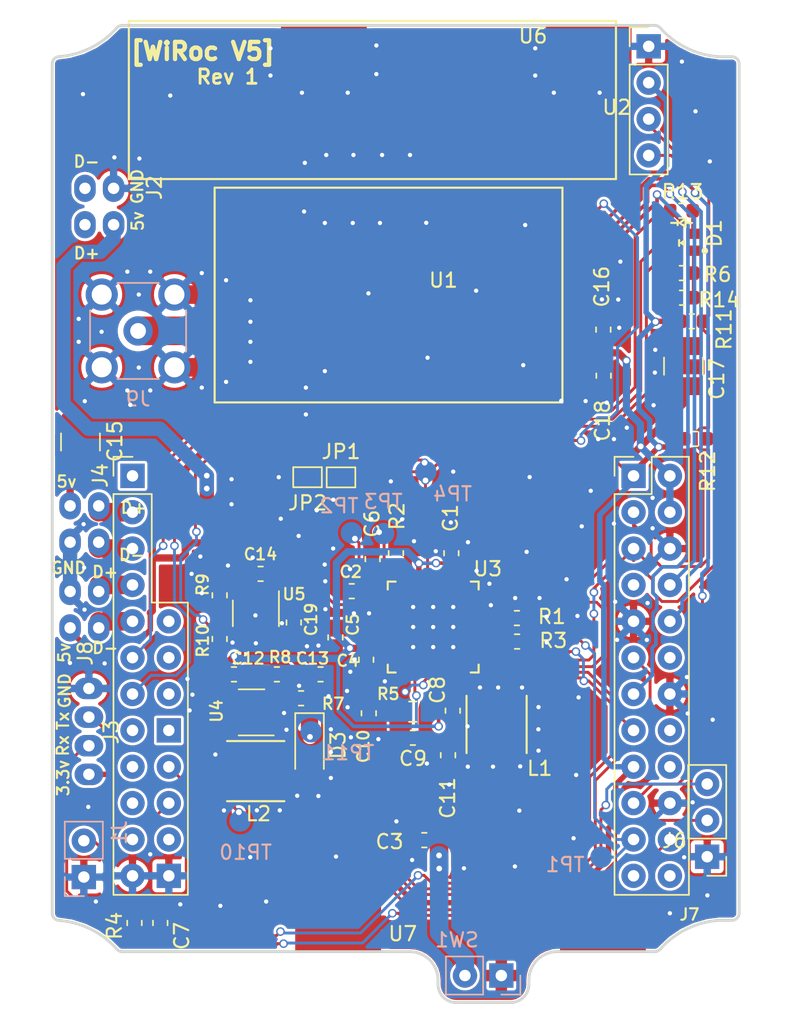
<source format=kicad_pcb>
(kicad_pcb (version 20211014) (generator pcbnew)
  (layers (0 "F.Cu" signal) (31 "B.Cu" signal) (34 "B.Paste" user) (35 "F.Paste" user) (36 "B.SilkS" user "B.Silkscreen") (37 "F.SilkS" user "F.Silkscreen") (38 "B.Mask" user) (39 "F.Mask" user) (44 "Edge.Cuts" user))
  (net 0 "")
  (net 1 "GND")
  (net 2 "IPSOUT")
  (net 3 "Net-(C2-Pad1)")
  (net 4 "BAT")
  (net 5 "VBUS")
  (net 6 "Net-(C6-Pad1)")
  (net 7 "PWRON")
  (net 8 "Net-(C11-Pad2)")
  (net 9 "Net-(C13-Pad1)")
  (net 10 "VDD_5V")
  (net 11 "SYS_3.3V")
  (net 12 "Net-(D3-Pad2)")
  (net 13 "Net-(J1-Pad2)")
  (net 14 "Net-(J2-Pad2)")
  (net 15 "Net-(J2-Pad3)")
  (net 16 "USBHost-DM1")
  (net 17 "USBHost-DP1")
  (net 18 "SDA")
  (net 19 "SCK")
  (net 20 "UART1_TX")
  (net 21 "UART1_RX")
  (net 22 "LORAAUX")
  (net 23 "LORAEN")
  (net 24 "IRQ")
  (net 25 "N_VBUSEN")
  (net 26 "Net-(L1-Pad1)")
  (net 27 "Net-(R2-Pad2)")
  (net 28 "Net-(R3-Pad2)")
  (net 29 "Net-(R7-Pad1)")
  (net 30 "Net-(R9-Pad2)")
  (net 31 "EXTEN")
  (net 32 "Net-(U3-Pad3)")
  (net 33 "Net-(U3-Pad7)")
  (net 34 "Net-(U3-Pad8)")
  (net 35 "Net-(U3-Pad9)")
  (net 36 "Net-(U3-Pad10)")
  (net 37 "Net-(U3-Pad11)")
  (net 38 "Net-(U3-Pad12)")
  (net 39 "Net-(U3-Pad14)")
  (net 40 "Net-(U3-Pad15)")
  (net 41 "Net-(U3-Pad16)")
  (net 42 "Net-(U3-Pad17)")
  (net 43 "Net-(U3-Pad18)")
  (net 44 "Net-(U3-Pad19)")
  (net 45 "Net-(U3-Pad25)")
  (net 46 "Net-(U3-Pad28)")
  (net 47 "Net-(U3-Pad29)")
  (net 48 "Net-(U3-Pad30)")
  (net 49 "Net-(U3-Pad32)")
  (net 50 "Net-(U3-Pad33)")
  (net 51 "Net-(U3-Pad36)")
  (net 52 "Net-(U3-Pad41)")
  (net 53 "Net-(U4-Pad6)")
  (net 54 "Net-(J6-Pad2)")
  (net 55 "Net-(J6-Pad3)")
  (net 56 "Net-(J7-Pad18)")
  (net 57 "Net-(J7-Pad24)")
  (net 58 "Net-(J7-Pad23)")
  (net 59 "Net-(J7-Pad16)")
  (net 60 "Net-(J7-Pad7)")
  (net 61 "Net-(J7-Pad31)")
  (net 62 "Net-(J7-Pad41)")
  (net 63 "Net-(J7-Pad40)")
  (net 64 "Net-(J7-Pad39)")
  (net 65 "Net-(J7-Pad38)")
  (net 66 "Net-(J7-Pad52)")
  (net 67 "Net-(R13-Pad2)")
  (net 68 "Net-(U1-Pad2)")
  (net 69 "Net-(U1-Pad3)")
  (net 70 "Net-(U1-Pad6)")
  (net 71 "LORARS")
  (net 72 "LORAMO")
  (net 73 "Net-(U1-Pad16)")
  (net 74 "Net-(U1-Pad17)")
  (net 75 "Net-(U1-Pad18)")
  (net 76 "Net-(U1-Pad19)")
  (net 77 "Net-(U1-Pad20)")
  (net 78 "USBHost-DP2")
  (net 79 "USBHost-DM2")
  (net 80 "Net-(J9-Pad1)")
  (net 81 "Net-(SW1-Pad1)")
  (net 82 "UART2_TX")
  (net 83 "UART2_RX")
  (net 84 "Net-(J7-Pad12)")
  (net 85 "Net-(D1-Pad1)")
  (net 86 "Net-(D1-Pad2)")
  (net 87 "Net-(D1-Pad3)")
  (net 88 "Net-(D1-Pad4)")
  (net 89 "Net-(JP1-Pad1)")
  (footprint "TO_SOT_Packages_SMD:SOT-23-5" (layer "F.Cu") (at 62.23072 87.87017 -90)
    (fp_text reference "U5")
    (fp_text value "SY6280")
  )
  (footprint "Measurement_Points:Measurement_Point_Round-SMD-Pad_Small" (layer "F.Cu") (at 74.11 77.98 -90)
    (fp_text reference "TP4")
    (fp_text value "TEST")
  )
  (footprint "WiRoc:VIA-0.6mm" (layer "F.Cu") (at 81.98 97.46 180)
    (fp_text reference "REF**" hide)
    (fp_text value "VIA-0.6mm" hide)
  )
  (footprint "WiRoc:VIA-0.6mm" (layer "F.Cu") (at 81.97 95.97 180)
    (fp_text reference "REF**" hide)
    (fp_text value "VIA-0.6mm" hide)
  )
  (footprint "WiRoc:VIA-0.6mm" (layer "F.Cu") (at 81.98 94.42 180)
    (fp_text reference "REF**" hide)
    (fp_text value "VIA-0.6mm" hide)
  )
  (footprint "WiRoc:VIA-0.6mm" (layer "F.Cu") (at 57.8 93.55 180)
    (fp_text reference "REF**" hide)
    (fp_text value "VIA-0.6mm" hide)
  )
  (footprint "WiRoc:VIA-0.6mm" (layer "F.Cu") (at 60.6 89.91 180)
    (fp_text reference "REF**" hide)
    (fp_text value "VIA-0.6mm" hide)
  )
  (footprint "WiRoc:VIA-0.6mm" (layer "F.Cu") (at 62.23 89.96 180)
    (fp_text reference "REF**" hide)
    (fp_text value "VIA-0.6mm" hide)
  )
  (footprint "Capacitor_SMD:C_0603_1608Metric" (layer "F.Cu") (at 55.55 109.5 -90)
    (fp_text reference "C7")
    (fp_text value "100pF")
  )
  (footprint "Capacitor_SMD:C_0603_1608Metric" (layer "F.Cu") (at 62.56 85.11 180)
    (fp_text reference "C14")
    (fp_text value "10uF")
  )
  (footprint "Resistor_SMD:R_0603_1608Metric" (layer "F.Cu") (at 59.7 86.61 90)
    (fp_text reference "R9")
    (fp_text value "3.6K-1%")
  )
  (footprint "WiRoc:VIA-0.6mm" (layer "F.Cu") (at 93.95 56.3)
    (fp_text reference "REF**" hide)
    (fp_text value "VIA-0.6mm" hide)
  )
  (footprint "WiRoc:VIA-0.6mm" (layer "F.Cu") (at 80.9143 70.53234)
    (fp_text reference "REF**" hide)
    (fp_text value "VIA-0.6mm" hide)
  )
  (footprint "WiRoc:VIA-0.6mm" (layer "F.Cu") (at 67.05 70.95)
    (fp_text reference "REF**" hide)
    (fp_text value "VIA-0.6mm" hide)
  )
  (footprint "WiRoc:VIA-0.6mm" (layer "F.Cu") (at 49.2405 91.3324)
    (fp_text reference "REF**" hide)
    (fp_text value "VIA-0.6mm" hide)
  )
  (footprint "WiRoc:VIA-0.6mm" (layer "F.Cu") (at 57.45 92.45 180)
    (fp_text reference "REF**" hide)
    (fp_text value "VIA-0.6mm" hide)
  )
  (footprint "WiRoc:VIA-0.6mm" (layer "F.Cu") (at 54.08936 56.10006 -90)
    (fp_text reference "REF**" hide)
    (fp_text value "VIA-0.6mm" hide)
  )
  (footprint "WiRoc:VIA-0.6mm" (layer "F.Cu") (at 56.25 51.7 -90)
    (fp_text reference "REF**" hide)
    (fp_text value "VIA-0.6mm" hide)
  )
  (footprint "Capacitor_SMD:C_1210_3225Metric" (layer "F.Cu") (at 49.975 75.9 -90)
    (fp_text reference "C15")
    (fp_text value "47uF")
  )
  (footprint "Resistor_SMD:R_0603_1608Metric" (layer "F.Cu") (at 53.75 109.5 -90)
    (fp_text reference "R4")
    (fp_text value "24K-1%")
  )
  (footprint "WiRoc:VIA-0.6mm" (layer "F.Cu") (at 65.8 90.17 90)
    (fp_text reference "REF**" hide)
    (fp_text value "VIA-0.6mm" hide)
  )
  (footprint "WiRoc:VIA-0.6mm" (layer "F.Cu") (at 69 60.6 -90)
    (fp_text reference "REF**" hide)
    (fp_text value "VIA-0.6mm" hide)
  )
  (footprint "WiRoc:VIA-0.6mm" (layer "F.Cu") (at 67.64 79.93 180)
    (fp_text reference "REF**" hide)
    (fp_text value "VIA-0.6mm" hide)
  )
  (footprint "WiRoc:VIA-0.6mm" (layer "F.Cu") (at 74.22648 70.01164)
    (fp_text reference "REF**" hide)
    (fp_text value "VIA-0.6mm" hide)
  )
  (footprint "WiRoc:DRF1268DS" (layer "F.Cu") (at 71.5 65.6352 90)
    (fp_text reference "U1")
    (fp_text value "DRF1268DS")
  )
  (footprint "WiRoc:USBConnPads5" (layer "F.Cu") (at 52.29 58.18 -90)
    (fp_text reference "J2")
    (fp_text value "USB_Power_02x02")
  )
  (footprint "Measurement_Points:Measurement_Point_Round-SMD-Pad_Small" (layer "F.Cu") (at 86.35 104.9)
    (fp_text reference "TP1")
    (fp_text value "TEST")
  )
  (footprint "WiRoc:VIA-0.6mm" (layer "F.Cu") (at 83.94 85.49 90)
    (fp_text reference "REF**" hide)
    (fp_text value "VIA-0.6mm" hide)
  )
  (footprint "WiRoc:VIA-0.6mm" (layer "F.Cu") (at 76.02 77.97 90)
    (fp_text reference "REF**" hide)
    (fp_text value "VIA-0.6mm" hide)
  )
  (footprint "WiRoc:VIA-0.6mm" (layer "F.Cu") (at 50.2565 87.6113)
    (fp_text reference "REF**" hide)
    (fp_text value "VIA-0.6mm" hide)
  )
  (footprint "WiRoc:VIA-0.6mm" (layer "F.Cu") (at 51.66112 91.36796)
    (fp_text reference "REF**" hide)
    (fp_text value "VIA-0.6mm" hide)
  )
  (footprint "WiRoc:VIA-0.6mm" (layer "F.Cu") (at 63.97 81.26)
    (fp_text reference "REF**" hide)
    (fp_text value "VIA-0.6mm" hide)
  )
  (footprint "WiRoc:VIA-0.6mm" (layer "F.Cu") (at 80.7 98.56 180)
    (fp_text reference "REF**" hide)
    (fp_text value "VIA-0.6mm" hide)
  )
  (footprint "WiRoc:VIA-0.6mm" (layer "F.Cu") (at 82.55 88.1 180)
    (fp_text reference "REF**" hide)
    (fp_text value "VIA-0.6mm" hide)
  )
  (footprint "WiRoc:VIA-0.6mm" (layer "F.Cu") (at 61.84 104.9 180)
    (fp_text reference "REF**" hide)
    (fp_text value "VIA-0.6mm" hide)
  )
  (footprint "WiRoc:BatteryPad" (layer "F.Cu") (at 66.98 48.768 90)
    (fp_text reference "U6")
    (fp_text value "BatteryPadM")
  )
  (footprint "WiRoc:BatteryPad" (layer "F.Cu") (at 67.98 109.474 90)
    (fp_text reference "U7")
    (fp_text value "BatteryPadP")
  )
  (footprint "WiRoc:VIA-0.6mm" (layer "F.Cu") (at 67.63 83.34 180)
    (fp_text reference "REF**" hide)
    (fp_text value "VIA-0.6mm" hide)
  )
  (footprint "WiRoc:VIA-0.6mm" (layer "F.Cu") (at 70.09644 65.51584)
    (fp_text reference "REF**" hide)
    (fp_text value "VIA-0.6mm" hide)
  )
  (footprint "WiRoc:VIA-0.6mm" (layer "F.Cu") (at 77.62246 65.33042)
    (fp_text reference "REF**" hide)
    (fp_text value "VIA-0.6mm" hide)
  )
  (footprint "WiRoc:Pin_Header_Straight_1x03_Pitch2.54mm" (layer "F.Cu") (at 93.7667 104.8706 180)
    (fp_text reference "J6")
    (fp_text value "HAT_Conn_DBG")
  )
  (footprint "WiRoc:USBConnPads5" (layer "F.Cu") (at 49.25 82.8996 90)
    (fp_text reference "J4")
    (fp_text value "USB_Host_Data_02x02")
  )
  (footprint "WiRoc:USBConnPads6" (layer "F.Cu") (at 49.25 88.8813 90)
    (fp_text reference "J8")
    (fp_text value "USB_Host_Data_02x02")
  )
  (footprint "WiRoc:VIA-0.6mm" (layer "F.Cu") (at 50.2311 84.6776)
    (fp_text reference "REF**" hide)
    (fp_text value "VIA-0.6mm" hide)
  )
  (footprint "WiRoc:VIA-0.6mm" (layer "F.Cu") (at 74.13504 60.58824)
    (fp_text reference "REF**" hide)
    (fp_text value "VIA-0.6mm" hide)
  )
  (footprint "Resistor_SMD:R_0603_1608Metric" (layer "F.Cu") (at 59.7 89.66 90)
    (fp_text reference "R10")
    (fp_text value "100K-1%")
  )
  (footprint "WiRoc:VIA-0.6mm" (layer "F.Cu") (at 81.36 78.35 90)
    (fp_text reference "REF**" hide)
    (fp_text value "VIA-0.6mm" hide)
  )
  (footprint "WiRoc:VIA-0.6mm" (layer "F.Cu") (at 50.193 81.6423)
    (fp_text reference "REF**" hide)
    (fp_text value "VIA-0.6mm" hide)
  )
  (footprint "WiRoc:VIA-0.6mm" (layer "F.Cu") (at 92.95 52.8)
    (fp_text reference "REF**" hide)
    (fp_text value "VIA-0.6mm" hide)
  )
  (footprint "WiRoc:VIA-0.6mm" (layer "F.Cu") (at 81.04892 60.74318)
    (fp_text reference "REF**" hide)
    (fp_text value "VIA-0.6mm" hide)
  )
  (footprint "WiRoc:SerialConnPads" (layer "F.Cu") (at 50.5613 96.117 90)
    (fp_text reference "J3")
    (fp_text value "Serial")
  )
  (footprint "Resistor_SMD:R_0603_1608Metric" (layer "F.Cu") (at 92.95 75.68 180)
    (fp_text reference "R12")
    (fp_text value "10K")
  )
  (footprint "WiRoc:VIA-0.6mm" (layer "F.Cu") (at 87.47 89.72)
    (fp_text reference "REF**" hide)
    (fp_text value "VIA-0.6mm" hide)
  )
  (footprint "WiRoc:VIA-0.6mm" (layer "F.Cu") (at 87.34 87.06)
    (fp_text reference "REF**" hide)
    (fp_text value "VIA-0.6mm" hide)
  )
  (footprint "Resistor_SMD:R_0603_1608Metric" (layer "F.Cu") (at 80.4837 89.8399 180)
    (fp_text reference "R3")
    (fp_text value "200K-1%")
  )
  (footprint "WiRoc:VIA-0.6mm" (layer "F.Cu") (at 68.6 93.29 180)
    (fp_text reference "REF**" hide)
    (fp_text value "VIA-0.6mm" hide)
  )
  (footprint "Capacitor_SMD:C_0603_1608Metric" (layer "F.Cu") (at 70.12 94.85 90)
    (fp_text reference "C10")
    (fp_text value "4.7uF")
  )
  (footprint "WiRoc:qfn48_6x6mm_Pitch0.4mm" (layer "F.Cu") (at 74.6202 88.8264 180)
    (fp_text reference "U3")
    (fp_text value "AXP209")
  )
  (footprint "Resistor_SMD:R_0603_1608Metric" (layer "F.Cu") (at 72.02 83.67 -90)
    (fp_text reference "R2")
    (fp_text value "200K-1%")
  )
  (footprint "Capacitor_SMD:C_0603_1608Metric" (layer "F.Cu") (at 67.79 89.55 -90)
    (fp_text reference "C5")
    (fp_text value "10uF")
  )
  (footprint "Resistor_SMD:R_0603_1608Metric" (layer "F.Cu") (at 80.4717 88.2004 180)
    (fp_text reference "R1")
    (fp_text value "100K-1%")
  )
  (footprint "WiRoc:VIA-0.6mm" (layer "F.Cu") (at 70.3 81.3 180)
    (fp_text reference "REF**" hide)
    (fp_text value "VIA-0.6mm" hide)
  )
  (footprint "WiRoc:VIA-0.6mm" (layer "F.Cu") (at 68.64 94.43 180)
    (fp_text reference "REF**" hide)
    (fp_text value "VIA-0.6mm" hide)
  )
  (footprint "WiRoc:Inductor_SLW4018" (layer "F.Cu") (at 79.05 95.63 -90)
    (fp_text reference "L1")
    (fp_text value "2.2uH-DCR<0.1R-1.5A")
  )
  (footprint "WiRoc:VIA-0.6mm" (layer "F.Cu") (at 77.89 93.05 180)
    (fp_text reference "REF**" hide)
    (fp_text value "VIA-0.6mm" hide)
  )
  (footprint "Measurement_Points:Measurement_Point_Round-SMD-Pad_Small" (layer "F.Cu") (at 71.15 82.3 180)
    (fp_text reference "TP3")
    (fp_text value "TEST")
  )
  (footprint "Capacitor_SMD:C_0603_1608Metric" (layer "F.Cu") (at 69.94 91.11 -90)
    (fp_text reference "C4")
    (fp_text value "10uF")
  )
  (footprint "WiRoc:VIA-0.6mm" (layer "F.Cu") (at 67.08 85.63 180)
    (fp_text reference "REF**" hide)
    (fp_text value "VIA-0.6mm" hide)
  )
  (footprint "WiRoc:VIA-0.6mm" (layer "F.Cu") (at 82.05 86.8 180)
    (fp_text reference "REF**" hide)
    (fp_text value "VIA-0.6mm" hide)
  )
  (footprint "Capacitor_SMD:C_0603_1608Metric" (layer "F.Cu") (at 75.66 97.78 90)
    (fp_text reference "C11")
    (fp_text value "4.7uF")
  )
  (footprint "WiRoc:VIA-0.6mm" (layer "F.Cu") (at 72.45 81.3 180)
    (fp_text reference "REF**" hide)
    (fp_text value "VIA-0.6mm" hide)
  )
  (footprint "Capacitor_SMD:C_0603_1608Metric" (layer "F.Cu") (at 73.2 96.56)
    (fp_text reference "C9")
    (fp_text value "1uF")
  )
  (footprint "WiRoc:VIA-0.6mm" (layer "F.Cu") (at 67.83 104.86 180)
    (fp_text reference "REF**" hide)
    (fp_text value "VIA-0.6mm" hide)
  )
  (footprint "Measurement_Points:Measurement_Point_Round-SMD-Pad_Small" (layer "F.Cu") (at 68.91 82.24 180)
    (fp_text reference "TP2")
    (fp_text value "TEST")
  )
  (footprint "WiRoc:VIA-0.6mm" (layer "F.Cu") (at 66.6 90.12 180)
    (fp_text reference "REF**" hide)
    (fp_text value "VIA-0.6mm" hide)
  )
  (footprint "Capacitor_SMD:C_0603_1608Metric" (layer "F.Cu") (at 75.89 83.67 90)
    (fp_text reference "C1")
    (fp_text value "4.7uF")
  )
  (footprint "Capacitor_SMD:C_0603_1608Metric" (layer "F.Cu") (at 70.39 84.08 90)
    (fp_text reference "C6")
    (fp_text value "1uF")
  )
  (footprint "WiRoc:VIA-0.6mm" (layer "F.Cu") (at 67.04 84.46 180)
    (fp_text reference "REF**" hide)
    (fp_text value "VIA-0.6mm" hide)
  )
  (footprint "WiRoc:VIA-0.6mm" (layer "F.Cu") (at 77.65 84.9 180)
    (fp_text reference "REF**" hide)
    (fp_text value "VIA-0.6mm" hide)
  )
  (footprint "WiRoc:VIA-0.6mm" (layer "F.Cu") (at 63.83 78.36 180)
    (fp_text reference "REF**" hide)
    (fp_text value "VIA-0.6mm" hide)
  )
  (footprint "Resistor_SMD:R_0805_2012Metric" (layer "F.Cu") (at 73.19 94.74 180)
    (fp_text reference "R5")
    (fp_text value "0R03")
  )
  (footprint "WiRoc:VIA-0.6mm" (layer "F.Cu") (at 74.8 83.53 180)
    (fp_text reference "REF**" hide)
    (fp_text value "VIA-0.6mm" hide)
  )
  (footprint "Capacitor_SMD:C_0603_1608Metric" (layer "F.Cu") (at 74 103.71 180)
    (fp_text reference "C3")
    (fp_text value "4.7uF")
  )
  (footprint "WiRoc:VIA-0.6mm" (layer "F.Cu") (at 91.16 108.82)
    (fp_text reference "REF**" hide)
    (fp_text value "VIA-0.6mm" hide)
  )
  (footprint "WiRoc:VIA-0.6mm" (layer "F.Cu") (at 94.15 95.3)
    (fp_text reference "REF**" hide)
    (fp_text value "VIA-0.6mm" hide)
  )
  (footprint "WiRoc:VIA-0.6mm" (layer "F.Cu") (at 85 81.79)
    (fp_text reference "REF**" hide)
    (fp_text value "VIA-0.6mm" hide)
  )
  (footprint "WiRoc:VIA-0.6mm" (layer "F.Cu") (at 85.63 79.31)
    (fp_text reference "REF**" hide)
    (fp_text value "VIA-0.6mm" hide)
  )
  (footprint "WiRoc:VIA-0.6mm" (layer "F.Cu") (at 75.85442 81.52 90)
    (fp_text reference "REF**" hide)
    (fp_text value "VIA-0.6mm" hide)
  )
  (footprint "WiRoc:VIA-0.6mm" (layer "F.Cu") (at 92.75 101.07)
    (fp_text reference "REF**" hide)
    (fp_text value "VIA-0.6mm" hide)
  )
  (footprint "WiRoc:VIA-0.6mm" (layer "F.Cu") (at 78.65 87.3 180)
    (fp_text reference "REF**" hide)
    (fp_text value "VIA-0.6mm" hide)
  )
  (footprint "WiRoc:VIA-0.6mm" (layer "F.Cu") (at 80.35 86.8 180)
    (fp_text reference "REF**" hide)
    (fp_text value "VIA-0.6mm" hide)
  )
  (footprint "WiRoc:VIA-0.6mm" (layer "F.Cu") (at 84.7 88.05 180)
    (fp_text reference "REF**" hide)
    (fp_text value "VIA-0.6mm" hide)
  )
  (footprint "WiRoc:VIA-0.6mm" (layer "F.Cu") (at 79.16 93.05 180)
    (fp_text reference "REF**" hide)
    (fp_text value "VIA-0.6mm" hide)
  )
  (footprint "WiRoc:VIA-0.6mm" (layer "F.Cu") (at 80.83 93.05 180)
    (fp_text reference "REF**" hide)
    (fp_text value "VIA-0.6mm" hide)
  )
  (footprint "WiRoc:VIA-0.6mm" (layer "F.Cu") (at 57.6 94.65 90)
    (fp_text reference "REF**" hide)
    (fp_text value "VIA-0.6mm" hide)
  )
  (footprint "WiRoc:VIA-0.6mm" (layer "F.Cu") (at 60.53 80.25 90)
    (fp_text reference "REF**" hide)
    (fp_text value "VIA-0.6mm" hide)
  )
  (footprint "WiRoc:VIA-0.6mm" (layer "F.Cu") (at 70.79 96.66 180)
    (fp_text reference "REF**" hide)
    (fp_text value "VIA-0.6mm" hide)
  )
  (footprint "WiRoc:VIA-0.6mm" (layer "F.Cu") (at 77.05 82.9 180)
    (fp_text reference "REF**" hide)
    (fp_text value "VIA-0.6mm" hide)
  )
  (footprint "WiRoc:VIA-0.6mm" (layer "F.Cu") (at 78.55 85.8 180)
    (fp_text reference "REF**" hide)
    (fp_text value "VIA-0.6mm" hide)
  )
  (footprint "WiRoc:VIA-0.6mm" (layer "F.Cu") (at 92.15634 104.9087)
    (fp_text reference "REF**" hide)
    (fp_text value "VIA-0.6mm" hide)
  )
  (footprint "WiRoc:VIA-0.6mm" (layer "F.Cu") (at 93.7794 107.57062)
    (fp_text reference "REF**" hide)
    (fp_text value "VIA-0.6mm" hide)
  )
  (footprint "WiRoc:VIA-0.6mm" (layer "F.Cu") (at 92.3443 92.31792)
    (fp_text reference "REF**" hide)
    (fp_text value "VIA-0.6mm" hide)
  )
  (footprint "WiRoc:VIA-0.6mm" (layer "F.Cu") (at 92.40526 94.86554)
    (fp_text reference "REF**" hide)
    (fp_text value "VIA-0.6mm" hide)
  )
  (footprint "WiRoc:VIA-0.6mm" (layer "F.Cu") (at 81.15 83.575)
    (fp_text reference "REF**" hide)
    (fp_text value "VIA-0.6mm" hide)
  )
  (footprint "Resistor_SMD:R_0603_1608Metric" (layer "F.Cu") (at 92.69 67.47 180)
    (fp_text reference "R11")
    (fp_text value "10K")
  )
  (footprint "WiRoc:VIA-0.6mm" (layer "F.Cu") (at 65.22 82.46 180)
    (fp_text reference "REF**" hide)
    (fp_text value "VIA-0.6mm" hide)
  )
  (footprint "WiRoc:VIA-0.6mm" (layer "F.Cu") (at 58.45 64.1)
    (fp_text reference "REF**" hide)
    (fp_text value "VIA-0.6mm" hide)
  )
  (footprint "WiRoc:VIA-0.6mm" (layer "F.Cu") (at 61.85 66)
    (fp_text reference "REF**" hide)
    (fp_text value "VIA-0.6mm" hide)
  )
  (footprint "WiRoc:VIA-0.6mm" (layer "F.Cu") (at 60.15 64.6)
    (fp_text reference "REF**" hide)
    (fp_text value "VIA-0.6mm" hide)
  )
  (footprint "WiRoc:VIA-0.6mm" (layer "F.Cu") (at 61.85 67.5)
    (fp_text reference "REF**" hide)
    (fp_text value "VIA-0.6mm" hide)
  )
  (footprint "WiRoc:VIA-0.6mm" (layer "F.Cu") (at 58.45 72.1)
    (fp_text reference "REF**" hide)
    (fp_text value "VIA-0.6mm" hide)
  )
  (footprint "WiRoc:VIA-0.6mm" (layer "F.Cu") (at 50.15 51.6 -90)
    (fp_text reference "REF**" hide)
    (fp_text value "VIA-0.6mm" hide)
  )
  (footprint "WiRoc:VIA-0.6mm" (layer "F.Cu") (at 52.34438 56.01624 -90)
    (fp_text reference "REF**" hide)
    (fp_text value "VIA-0.6mm" hide)
  )
  (footprint "WiRoc:VIA-0.6mm" (layer "F.Cu") (at 91.99886 49.32588)
    (fp_text reference "REF**" hide)
    (fp_text value "VIA-0.6mm" hide)
  )
  (footprint "WiRoc:VIA-0.6mm" (layer "F.Cu") (at 51.05 108 90)
    (fp_text reference "REF**" hide)
    (fp_text value "VIA-0.6mm" hide)
  )
  (footprint "WiRoc:VIA-0.6mm" (layer "F.Cu") (at 77.02 95.76 180)
    (fp_text reference "REF**" hide)
    (fp_text value "VIA-0.6mm" hide)
  )
  (footprint "WiRoc:VIA-0.6mm" (layer "F.Cu") (at 54.85 64)
    (fp_text reference "REF**" hide)
    (fp_text value "VIA-0.6mm" hide)
  )
  (footprint "WiRoc:VIA-0.6mm" (layer "F.Cu") (at 53.4569 73.30856)
    (fp_text reference "REF**" hide)
    (fp_text value "VIA-0.6mm" hide)
  )
  (footprint "WiRoc:VIA-0.6mm" (layer "F.Cu") (at 59.75 108.3 90)
    (fp_text reference "REF**" hide)
    (fp_text value "VIA-0.6mm" hide)
  )
  (footprint "Capacitor_SMD:C_0603_1608Metric" (layer "F.Cu") (at 86.53 71.27 -90)
    (fp_text reference "C18")
    (fp_text value "4.7uF")
  )
  (footprint "Resistor_SMD:R_0603_1608Metric" (layer "F.Cu") (at 91.99774 64.0995 180)
    (fp_text reference "R6")
    (fp_text value "1K")
  )
  (footprint "Resistor_SMD:R_0603_1608Metric" (layer "F.Cu") (at 91.96726 59.7434 180)
    (fp_text reference "R13")
    (fp_text value "1K")
  )
  (footprint "Resistor_SMD:R_0603_1608Metric" (layer "F.Cu") (at 92.0079 65.82162 180)
    (fp_text reference "R14")
    (fp_text value "1K")
  )
  (footprint "WiRoc:LED_Dual_1.7_1.6" (layer "F.Cu") (at 92.00282 61.94558)
    (fp_text reference "D1")
    (fp_text value "LED_DUAL_ACCA")
  )
  (footprint "Capacitor_SMD:C_1210_3225Metric" (layer "F.Cu") (at 92.11 70.6 -90)
    (fp_text reference "C17")
    (fp_text value "47uF")
  )
  (footprint "WiRoc:VIA-0.6mm" (layer "F.Cu") (at 73.15 105.1 90)
    (fp_text reference "REF**" hide)
    (fp_text value "VIA-0.6mm" hide)
  )
  (footprint "WiRoc:VIA-0.6mm" (layer "F.Cu") (at 78.8 98.58)
    (fp_text reference "REF**" hide)
    (fp_text value "VIA-0.6mm" hide)
  )
  (footprint "WiRoc:VIA-0.6mm" (layer "F.Cu") (at 83.57 73.02)
    (fp_text reference "REF**" hide)
    (fp_text value "VIA-0.6mm" hide)
  )
  (footprint "WiRoc:VIA-0.6mm" (layer "F.Cu") (at 86.41 65.94)
    (fp_text reference "REF**" hide)
    (fp_text value "VIA-0.6mm" hide)
  )
  (footprint "WiRoc:VIA-0.6mm" (layer "F.Cu") (at 87.62 67.92)
    (fp_text reference "REF**" hide)
    (fp_text value "VIA-0.6mm" hide)
  )
  (footprint "WiRoc:VIA-0.6mm" (layer "F.Cu") (at 85.27 73.04)
    (fp_text reference "REF**" hide)
    (fp_text value "VIA-0.6mm" hide)
  )
  (footprint "WiRoc:VIA-0.6mm" (layer "F.Cu") (at 90.14 69.46)
    (fp_text reference "REF**" hide)
    (fp_text value "VIA-0.6mm" hide)
  )
  (footprint "WiRoc:VIA-0.6mm" (layer "F.Cu") (at 90.11 71.05)
    (fp_text reference "REF**" hide)
    (fp_text value "VIA-0.6mm" hide)
  )
  (footprint "WiRoc:VIA-0.6mm" (layer "F.Cu") (at 90.02 73.33)
    (fp_text reference "REF**" hide)
    (fp_text value "VIA-0.6mm" hide)
  )
  (footprint "WiRoc:VIA-0.6mm" (layer "F.Cu") (at 87.55 65.95)
    (fp_text reference "REF**" hide)
    (fp_text value "VIA-0.6mm" hide)
  )
  (footprint "WiRoc:VIA-0.6mm" (layer "F.Cu") (at 74.18 98.36)
    (fp_text reference "REF**" hide)
    (fp_text value "VIA-0.6mm" hide)
  )
  (footprint "WiRoc:VIA-0.6mm" (layer "F.Cu") (at 75.74 99.83)
    (fp_text reference "REF**" hide)
    (fp_text value "VIA-0.6mm" hide)
  )
  (footprint "WiRoc:VIA-0.6mm" (layer "F.Cu") (at 77.04 98.58)
    (fp_text reference "REF**" hide)
    (fp_text value "VIA-0.6mm" hide)
  )
  (footprint "WiRoc:VIA-0.6mm" (layer "F.Cu") (at 65.725 73.975)
    (fp_text reference "REF**" hide)
    (fp_text value "VIA-0.6mm" hide)
  )
  (footprint "WiRoc:VIA-0.6mm" (layer "F.Cu") (at 65.725 72.1)
    (fp_text reference "REF**" hide)
    (fp_text value "VIA-0.6mm" hide)
  )
  (footprint "WiRoc:VIA-0.6mm" (layer "F.Cu") (at 72.05 102.4 90)
    (fp_text reference "REF**" hide)
    (fp_text value "VIA-0.6mm" hide)
  )
  (footprint "WiRoc:VIA-0.6mm" (layer "F.Cu") (at 82.55 89.9 180)
    (fp_text reference "REF**" hide)
    (fp_text value "VIA-0.6mm" hide)
  )
  (footprint "WiRoc:VIA-0.6mm" (layer "F.Cu") (at 69.11 91.1 180)
    (fp_text reference "REF**" hide)
    (fp_text value "VIA-0.6mm" hide)
  )
  (footprint "WiRoc:VIA-0.6mm" (layer "F.Cu") (at 65.65 56.4 -90)
    (fp_text reference "REF**" hide)
    (fp_text value "VIA-0.6mm" hide)
  )
  (footprint "WiRoc:VIA-0.6mm" (layer "F.Cu") (at 67.15 55.85 -90)
    (fp_text reference "REF**" hide)
    (fp_text value "VIA-0.6mm" hide)
  )
  (footprint "WiRoc:VIA-0.6mm" (layer "F.Cu") (at 69.05 55.85 -90)
    (fp_text reference "REF**" hide)
    (fp_text value "VIA-0.6mm" hide)
  )
  (footprint "WiRoc:VIA-0.6mm" (layer "F.Cu") (at 71.05 55.85 -90)
    (fp_text reference "REF**" hide)
    (fp_text value "VIA-0.6mm" hide)
  )
  (footprint "WiRoc:VIA-0.6mm" (layer "F.Cu") (at 73 55.85 -90)
    (fp_text reference "REF**" hide)
    (fp_text value "VIA-0.6mm" hide)
  )
  (footprint "WiRoc:VIA-0.6mm" (layer "F.Cu") (at 67.05 60.6 -90)
    (fp_text reference "REF**" hide)
    (fp_text value "VIA-0.6mm" hide)
  )
  (footprint "WiRoc:VIA-0.6mm" (layer "F.Cu") (at 70.9 60.6 -90)
    (fp_text reference "REF**" hide)
    (fp_text value "VIA-0.6mm" hide)
  )
  (footprint "WiRoc:VIA-0.6mm" (layer "F.Cu") (at 65.6 59.8 -90)
    (fp_text reference "REF**" hide)
    (fp_text value "VIA-0.6mm" hide)
  )
  (footprint "WiRoc:VIA-0.6mm" (layer "F.Cu") (at 86.75 73.15)
    (fp_text reference "REF**" hide)
    (fp_text value "VIA-0.6mm" hide)
  )
  (footprint "WiRoc:VIA-0.6mm" (layer "F.Cu") (at 50.275 73.05)
    (fp_text reference "REF**" hide)
    (fp_text value "VIA-0.6mm" hide)
  )
  (footprint "Capacitor_SMD:C_0603_1608Metric" (layer "F.Cu") (at 86.51 68.05 90)
    (fp_text reference "C16")
    (fp_text value "1uF")
  )
  (footprint "WiRoc:VIA-0.6mm" (layer "F.Cu") (at 89.95 81.925)
    (fp_text reference "REF**" hide)
    (fp_text value "VIA-0.6mm" hide)
  )
  (footprint "WiRoc:VIA-0.6mm" (layer "F.Cu") (at 89.55 89.725)
    (fp_text reference "REF**" hide)
    (fp_text value "VIA-0.6mm" hide)
  )
  (footprint "WiRoc:VIA-0.6mm" (layer "F.Cu") (at 89.95 79.8)
    (fp_text reference "REF**" hide)
    (fp_text value "VIA-0.6mm" hide)
  )
  (footprint "WiRoc:VIA-0.6mm" (layer "F.Cu") (at 87.25 81.6)
    (fp_text reference "REF**" hide)
    (fp_text value "VIA-0.6mm" hide)
  )
  (footprint "WiRoc:VIA-0.6mm" (layer "F.Cu") (at 88.15 74.9)
    (fp_text reference "REF**" hide)
    (fp_text value "VIA-0.6mm" hide)
  )
  (footprint "WiRoc:VIA-0.6mm" (layer "F.Cu") (at 87.25 75.7)
    (fp_text reference "REF**" hide)
    (fp_text value "VIA-0.6mm" hide)
  )
  (footprint "WiRoc:VIA-0.6mm" (layer "F.Cu") (at 86.15 75.7)
    (fp_text reference "REF**" hide)
    (fp_text value "VIA-0.6mm" hide)
  )
  (footprint "WiRoc:VIA-0.6mm" (layer "F.Cu") (at 60.15 71.7)
    (fp_text reference "REF**" hide)
    (fp_text value "VIA-0.6mm" hide)
  )
  (footprint "WiRoc:VIA-0.6mm" (layer "F.Cu") (at 61.85 68.9)
    (fp_text reference "REF**" hide)
    (fp_text value "VIA-0.6mm" hide)
  )
  (footprint "WiRoc:VIA-0.6mm" (layer "F.Cu") (at 61.85 70.3)
    (fp_text reference "REF**" hide)
    (fp_text value "VIA-0.6mm" hide)
  )
  (footprint "WiRoc:VIA-0.6mm" (layer "F.Cu") (at 54.05 70.7)
    (fp_text reference "REF**" hide)
    (fp_text value "VIA-0.6mm" hide)
  )
  (footprint "WiRoc:VIA-0.6mm" (layer "F.Cu") (at 54.05 65.6)
    (fp_text reference "REF**" hide)
    (fp_text value "VIA-0.6mm" hide)
  )
  (footprint "WiRoc:VIA-0.6mm" (layer "F.Cu") (at 53.25 64)
    (fp_text reference "REF**" hide)
    (fp_text value "VIA-0.6mm" hide)
  )
  (footprint "WiRoc:VIA-0.6mm" (layer "F.Cu") (at 54.85 72.3)
    (fp_text reference "REF**" hide)
    (fp_text value "VIA-0.6mm" hide)
  )
  (footprint "WiRoc:VIA-0.6mm" (layer "F.Cu") (at 53.25 72.3)
    (fp_text reference "REF**" hide)
    (fp_text value "VIA-0.6mm" hide)
  )
  (footprint "WiRoc:VIA-0.6mm" (layer "F.Cu") (at 51.45 68.2)
    (fp_text reference "REF**" hide)
    (fp_text value "VIA-0.6mm" hide)
  )
  (footprint "WiRoc:VIA-0.6mm" (layer "F.Cu") (at 49.85 67.3)
    (fp_text reference "REF**" hide)
    (fp_text value "VIA-0.6mm" hide)
  )
  (footprint "WiRoc:VIA-0.6mm" (layer "F.Cu") (at 49.85 68.9)
    (fp_text reference "REF**" hide)
    (fp_text value "VIA-0.6mm" hide)
  )
  (footprint "WiRoc:VIA-0.6mm" (layer "F.Cu") (at 86.25 51.5)
    (fp_text reference "REF**" hide)
    (fp_text value "VIA-0.6mm" hide)
  )
  (footprint "WiRoc:VIA-0.6mm" (layer "F.Cu") (at 83.05 51.5)
    (fp_text reference "REF**" hide)
    (fp_text value "VIA-0.6mm" hide)
  )
  (footprint "WiRoc:VIA-0.6mm" (layer "F.Cu") (at 81.75 50.3)
    (fp_text reference "REF**" hide)
    (fp_text value "VIA-0.6mm" hide)
  )
  (footprint "WiRoc:VIA-0.6mm" (layer "F.Cu") (at 70.65 48.2)
    (fp_text reference "REF**" hide)
    (fp_text value "VIA-0.6mm" hide)
  )
  (footprint "WiRoc:VIA-0.6mm" (layer "F.Cu") (at 70.65 50.2)
    (fp_text reference "REF**" hide)
    (fp_text value "VIA-0.6mm" hide)
  )
  (footprint "WiRoc:VIA-0.6mm" (layer "F.Cu") (at 68.65 51.5)
    (fp_text reference "REF**" hide)
    (fp_text value "VIA-0.6mm" hide)
  )
  (footprint "WiRoc:VIA-0.6mm" (layer "F.Cu") (at 65.45 51.5)
    (fp_text reference "REF**" hide)
    (fp_text value "VIA-0.6mm" hide)
  )
  (footprint "WiRoc:VIA-0.6mm" (layer "F.Cu") (at 63.25 48.4)
    (fp_text reference "REF**" hide)
    (fp_text value "VIA-0.6mm" hide)
  )
  (footprint "WiRoc:VIA-0.6mm" (layer "F.Cu") (at 63.25 50.3)
    (fp_text reference "REF**" hide)
    (fp_text value "VIA-0.6mm" hide)
  )
  (footprint "WiRoc:CONN_OLED_TWI-Socket_Strip_Straight_1x04_Pitch2.54mm" (layer "F.Cu") (at 89.678 48.26)
    (fp_text reference "U2")
    (fp_text value "OLED")
  )
  (footprint "WiRoc:VIA-0.6mm" (layer "F.Cu") (at 81.75 48.4)
    (fp_text reference "REF**" hide)
    (fp_text value "VIA-0.6mm" hide)
  )
  (footprint "WiRoc:VIA-0.6mm" (layer "F.Cu") (at 62.95 108 90)
    (fp_text reference "REF**" hide)
    (fp_text value "VIA-0.6mm" hide)
  )
  (footprint "WiRoc:VIA-0.6mm" (layer "F.Cu") (at 54.85 104.7 90)
    (fp_text reference "REF**" hide)
    (fp_text value "VIA-0.6mm" hide)
  )
  (footprint "WiRoc:VIA-0.6mm" (layer "F.Cu") (at 56.95 108.2 90)
    (fp_text reference "REF**" hide)
    (fp_text value "VIA-0.6mm" hide)
  )
  (footprint "WiRoc:VIA-0.6mm" (layer "F.Cu") (at 57.74 85.11 90)
    (fp_text reference "REF**" hide)
    (fp_text value "VIA-0.6mm" hide)
  )
  (footprint "WiRoc:VIA-0.6mm" (layer "F.Cu") (at 71.66 78.65 90)
    (fp_text reference "REF**" hide)
    (fp_text value "VIA-0.6mm" hide)
  )
  (footprint "WiRoc:VIA-0.6mm" (layer "F.Cu") (at 60.28 84.53 90)
    (fp_text reference "REF**" hide)
    (fp_text value "VIA-0.6mm" hide)
  )
  (footprint "WiRoc:VIA-0.6mm" (layer "F.Cu") (at 60.53 78.5 90)
    (fp_text reference "REF**" hide)
    (fp_text value "VIA-0.6mm" hide)
  )
  (footprint "WiRoc:VIA-0.6mm" (layer "F.Cu") (at 58.35 83.9 90)
    (fp_text reference "REF**" hide)
    (fp_text value "VIA-0.6mm" hide)
  )
  (footprint "WiRoc:VIA-0.6mm" (layer "F.Cu") (at 62.01 83.97 90)
    (fp_text reference "REF**" hide)
    (fp_text value "VIA-0.6mm" hide)
  )
  (footprint "WiRoc:VIA-0.6mm" (layer "F.Cu") (at 58.45 86.46 90)
    (fp_text reference "REF**" hide)
    (fp_text value "VIA-0.6mm" hide)
  )
  (footprint "Capacitor_SMD:C_0603_1608Metric" (layer "F.Cu") (at 64.88 88.51 90)
    (fp_text reference "C19")
    (fp_text value "10uF")
  )
  (footprint "WiRoc:VIA-0.6mm" (layer "F.Cu") (at 62.2 88.01 180)
    (fp_text reference "REF**" hide)
    (fp_text value "VIA-0.6mm" hide)
  )
  (footprint "WiRoc:VIA-0.6mm" (layer "F.Cu") (at 64.05 88.56 180)
    (fp_text reference "REF**" hide)
    (fp_text value "VIA-0.6mm" hide)
  )
  (footprint "Capacitor_SMD:C_0603_1608Metric" (layer "F.Cu") (at 60.7 92.13)
    (fp_text reference "C12")
    (fp_text value "10uF")
  )
  (footprint "Capacitor_SMD:C_0603_1608Metric" (layer "F.Cu") (at 68.93 86.32 180)
    (fp_text reference "C2")
    (fp_text value "1uF")
  )
  (footprint "WiRoc:VIA-0.6mm" (layer "F.Cu") (at 68.83 91.95 180)
    (fp_text reference "REF**" hide)
    (fp_text value "VIA-0.6mm" hide)
  )
  (footprint "WiRoc:VIA-0.6mm" (layer "F.Cu") (at 87.7 63.3)
    (fp_text reference "REF**" hide)
    (fp_text value "VIA-0.6mm" hide)
  )
  (footprint "WiRoc:VIA-0.6mm" (layer "F.Cu") (at 89.6 87.15)
    (fp_text reference "REF**" hide)
    (fp_text value "VIA-0.6mm" hide)
  )
  (footprint "Capacitor_SMD:C_0603_1608Metric" (layer "F.Cu") (at 66.75 92.13)
    (fp_text reference "C13")
    (fp_text value "10uF")
  )
  (footprint "WiRoc:VIA-0.6mm" (layer "F.Cu") (at 67.47 95.97 180)
    (fp_text reference "REF**" hide)
    (fp_text value "VIA-0.6mm" hide)
  )
  (footprint "Measurement_Points:Measurement_Point_Round-SMD-Pad_Small" (layer "F.Cu") (at 66.09 96.14 -90)
    (fp_text reference "TP11")
    (fp_text value "TEST")
  )
  (footprint "TO_SOT_Packages_SMD:SOT-23-6" (layer "F.Cu") (at 61.929374 94.787056 180)
    (fp_text reference "U4")
    (fp_text value "LP6226_SY7208")
  )
  (footprint "Resistor_SMD:R_0603_1608Metric" (layer "F.Cu") (at 63.7 92.13 180)
    (fp_text reference "R8")
    (fp_text value "24K-1%")
  )
  (footprint "WiRoc:VIA-0.6mm" (layer "F.Cu") (at 65.25 92.93 90)
    (fp_text reference "REF**" hide)
    (fp_text value "VIA-0.6mm" hide)
  )
  (footprint "WiRoc:Inductor_SLW4018" (layer "F.Cu") (at 62.22 98.89)
    (fp_text reference "L2")
    (fp_text value "2.2uH-DCR<0.1R-1.5A")
  )
  (footprint "WiRoc:VIA-0.6mm" (layer "F.Cu") (at 62.3 101.63 180)
    (fp_text reference "REF**" hide)
    (fp_text value "VIA-0.6mm" hide)
  )
  (footprint "WiRoc:VIA-0.6mm" (layer "F.Cu") (at 67.47 97.57 90)
    (fp_text reference "REF**" hide)
    (fp_text value "VIA-0.6mm" hide)
  )
  (footprint "Diode_SMD:D_SOD-123" (layer "F.Cu") (at 65.98 97.09 -90)
    (fp_text reference "D3")
    (fp_text value "IN5819")
  )
  (footprint "WiRoc:VIA-0.6mm" (layer "F.Cu") (at 64.2 94.83 90)
    (fp_text reference "REF**" hide)
    (fp_text value "VIA-0.6mm" hide)
  )
  (footprint "Resistor_SMD:R_0603_1608Metric" (layer "F.Cu") (at 65.39302 93.80137)
    (fp_text reference "R7")
    (fp_text value "200K-1%")
  )
  (footprint "WiRoc:VIA-0.6mm" (layer "F.Cu") (at 65.12 100.61 180)
    (fp_text reference "REF**" hide)
    (fp_text value "VIA-0.6mm" hide)
  )
  (footprint "WiRoc:VIA-0.6mm" (layer "F.Cu") (at 67.47 99.37 180)
    (fp_text reference "REF**" hide)
    (fp_text value "VIA-0.6mm" hide)
  )
  (footprint "WiRoc:VIA-0.6mm" (layer "F.Cu") (at 63.9 101.63 180)
    (fp_text reference "REF**" hide)
    (fp_text value "VIA-0.6mm" hide)
  )
  (footprint "WiRoc:VIA-0.6mm" (layer "F.Cu") (at 60 101.64 180)
    (fp_text reference "REF**" hide)
    (fp_text value "VIA-0.6mm" hide)
  )
  (footprint "WiRoc:VIA-0.6mm" (layer "F.Cu") (at 64.37 96 180)
    (fp_text reference "REF**" hide)
    (fp_text value "VIA-0.6mm" hide)
  )
  (footprint "WiRoc:VIA-0.6mm" (layer "F.Cu") (at 59.4 97.73 180)
    (fp_text reference "REF**" hide)
    (fp_text value "VIA-0.6mm" hide)
  )
  (footprint "WiRoc:VIA-0.6mm" (layer "F.Cu") (at 66.6 100.63 90)
    (fp_text reference "REF**" hide)
    (fp_text value "VIA-0.6mm" hide)
  )
  (footprint "WiRoc:VIA-0.6mm" (layer "F.Cu") (at 67.31 93.66 180)
    (fp_text reference "REF**" hide)
    (fp_text value "VIA-0.6mm" hide)
  )
  (footprint "Measurement_Points:Measurement_Point_Round-SMD-Pad_Small" (layer "F.Cu") (at 61.13 102.37)
    (fp_text reference "TP10")
    (fp_text value "TEST")
  )
  (footprint "WiRoc:VIA-0.6mm" (layer "F.Cu") (at 76.77 105.68)
    (fp_text reference "REF**" hide)
    (fp_text value "VIA-0.6mm" hide)
  )
  (footprint "WiRoc:VIA-0.6mm" (layer "F.Cu") (at 80.33 105.55)
    (fp_text reference "REF**" hide)
    (fp_text value "VIA-0.6mm" hide)
  )
  (footprint "WiRoc:VIA-0.6mm" (layer "F.Cu") (at 84.43 103.58)
    (fp_text reference "REF**" hide)
    (fp_text value "VIA-0.6mm" hide)
  )
  (footprint "WiRoc:VIA-0.6mm" (layer "F.Cu") (at 80.64 101.65)
    (fp_text reference "REF**" hide)
    (fp_text value "VIA-0.6mm" hide)
  )
  (footprint "WiRoc:VIA-0.6mm" (layer "F.Cu") (at 84.61 99.16)
    (fp_text reference "REF**" hide)
    (fp_text value "VIA-0.6mm" hide)
  )
  (footprint "WiRoc:VIA-0.6mm" (layer "F.Cu") (at 84.78 93.74)
    (fp_text reference "REF**" hide)
    (fp_text value "VIA-0.6mm" hide)
  )
  (footprint "WiRoc:VIA-0.6mm" (layer "F.Cu") (at 73.28 82.83 180)
    (fp_text reference "REF**" hide)
    (fp_text value "VIA-0.6mm" hide)
  )
  (footprint "WiRoc:VIA-0.6mm" (layer "F.Cu") (at 70.14 87.87 180)
    (fp_text reference "REF**" hide)
    (fp_text value "VIA-0.6mm" hide)
  )
  (footprint "WiRoc:VIA-0.6mm" (layer "F.Cu") (at 66.48 80.67 180)
    (fp_text reference "REF**" hide)
    (fp_text value "VIA-0.6mm" hide)
  )
  (footprint "WiRoc:VIA-0.6mm" (layer "F.Cu") (at 68.87 96.53 180)
    (fp_text reference "REF**" hide)
    (fp_text value "VIA-0.6mm" hide)
  )
  (footprint "WiRoc:VIA-0.6mm" (layer "F.Cu") (at 50.52 101.39 90)
    (fp_text reference "REF**" hide)
    (fp_text value "VIA-0.6mm" hide)
  )
  (footprint "Capacitor_SMD:C_0603_1608Metric" (layer "F.Cu") (at 75.99 94.67 90)
    (fp_text reference "C8")
    (fp_text value "4.7uF")
  )
  (footprint "WiRoc:SolderJumper-2_P1.3mm_Open_Pad1.0x1.5mm-Modified" (layer "F.Cu") (at 68.18 78.37)
    (fp_text reference "JP1")
    (fp_text value "Jumper_NO_Small")
  )
  (footprint "WiRoc:SolderJumper-2_P1.3mm_Bridged2Bar_Pad1.0x1.5mm-Modified" (layer "F.Cu") (at 65.84 78.36 180)
    (fp_text reference "JP2")
    (fp_text value "Jumper_NC_Small")
  )
  (footprint "WiRoc:VIA-0.6mm" (layer "F.Cu") (at 69.08 87.87 180)
    (fp_text reference "REF**" hide)
    (fp_text value "VIA-0.6mm" hide)
  )
  (footprint "WiRoc:VIA-0.6mm" (layer "F.Cu") (at 67.09 87.58 180)
    (fp_text reference "REF**" hide)
    (fp_text value "VIA-0.6mm" hide)
  )
  (footprint "WiRoc:VIA-0.6mm" (layer "F.Cu") (at 68.81 84.78 180)
    (fp_text reference "REF**" hide)
    (fp_text value "VIA-0.6mm" hide)
  )
  (footprint "WiRoc:NanoPiNeoAirAllPins" (layer "F.Cu") (at 72.39 92.24)
    (fp_text reference "J7")
    (fp_text value "NanoPIAir")
  )
  (footprint "WiRoc:VIA-0.6mm" (layer "F.Cu") (at 71.24 92.62 180)
    (fp_text reference "REF**" hide)
    (fp_text value "VIA-0.6mm" hide)
  )
  (footprint "WiRoc:Pin_Header_Straight_1x02_Pitch2.54mm" (layer "B.Cu") (at 50.21 106.29)
    (fp_text reference "J1")
    (fp_text value "Conn_01x02")
  )
  (footprint "WiRoc:Pin_Header_Straight_1x02_Pitch2.54mm" (layer "B.Cu") (at 79.38 113.17 90)
    (fp_text reference "SW1")
    (fp_text value "SW_SPST")
  )
  (footprint "Connector_Coaxial:SMA_Amphenol_901-144_Vertical" (layer "B.Cu") (at 54 68.1422)
    (fp_text reference "J9")
    (fp_text value "Conn_Coaxial")
  )
  (gr_arc (start 72.9768 111.5) (mid 74.37772 112.08028) (end 74.958 113.4812) (layer "Edge.Cuts") (width 0.2))
  (gr_arc (start 81.306985 113.836759) (mid 80.917896 114.701796) (end 80.038 115.056) (layer "Edge.Cuts") (width 0.2))
  (gr_arc (start 96 108.8) (mid 95.858129 109.161848) (end 95.5 109.312861) (layer "Edge.Cuts") (width 0.2))
  (gr_arc (start 90.514832 111.294128) (mid 90.32822 111.450312) (end 90.09 111.5) (layer "Edge.Cuts") (width 0.2))
  (gr_arc (start 90.516102 111.295268) (mid 92.35942 109.905537) (end 94.5905 109.3127) (layer "Edge.Cuts") (width 0.2))
  (gr_arc (start 48.413176 109.312404) (mid 48.116978 109.141394) (end 48 108.82) (layer "Edge.Cuts") (width 0.2))
  (gr_arc (start 48.4095 109.3127) (mid 50.660048 109.915053) (end 52.512736 111.327619) (layer "Edge.Cuts") (width 0.2))
  (gr_arc (start 52.89 111.5) (mid 52.682541 111.454929) (end 52.512483 111.327843) (layer "Edge.Cuts") (width 0.2))
  (gr_arc (start 52.49817 46.988513) (mid 50.659201 48.385165) (end 48.429463 48.985758) (layer "Edge.Cuts") (width 0.2))
  (gr_arc (start 52.49851 46.988816) (mid 52.67717 46.847448) (end 52.9 46.8) (layer "Edge.Cuts") (width 0.2))
  (gr_arc (start 48 49.49) (mid 48.11927 49.156564) (end 48.429457 48.985716) (layer "Edge.Cuts") (width 0.2))
  (gr_line (start 96 49.5) (end 96 108.8) (layer "Edge.Cuts") (width 0.2))
  (gr_arc (start 94.61 48.987099) (mid 92.361984 48.394175) (end 90.507015 46.992667) (layer "Edge.Cuts") (width 0.2))
  (gr_arc (start 90.1 46.799799) (mid 90.325756 46.848722) (end 90.505442 46.993884) (layer "Edge.Cuts") (width 0.2))
  (gr_arc (start 95.530131 48.987852) (mid 95.868444 49.149037) (end 95.999825 49.5) (layer "Edge.Cuts") (width 0.2))
  (gr_line (start 95.53 48.987099) (end 94.61 48.987099) (layer "Edge.Cuts") (width 0.2))
  (gr_line (start 72.9768 111.5) (end 52.89 111.5) (layer "Edge.Cuts") (width 0.2))
  (gr_arc (start 81.308 113.4812) (mid 81.88828 112.08028) (end 83.2892 111.5) (layer "Edge.Cuts") (width 0.2))
  (gr_line (start 74.958 113.4812) (end 74.958 113.786) (layer "Edge.Cuts") (width 0.2))
  (gr_line (start 95.5 109.3127) (end 94.5905 109.3127) (layer "Edge.Cuts") (width 0.2))
  (gr_line (start 52.9 46.8) (end 90.1 46.799799) (layer "Edge.Cuts") (width 0.2))
  (gr_line (start 83.29 111.5) (end 90.09 111.5) (layer "Edge.Cuts") (width 0.2))
  (gr_line (start 48 108.82) (end 48 49.49) (layer "Edge.Cuts") (width 0.2))
  (gr_line (start 81.308 113.4812) (end 81.308 113.8368) (layer "Edge.Cuts") (width 0.2))
  (gr_line (start 80.038 115.056) (end 76.1772 115.056) (layer "Edge.Cuts") (width 0.2))
  (gr_arc (start 76.177241 115.054985) (mid 75.312204 114.665896) (end 74.958 113.786) (layer "Edge.Cuts") (width 0.2))
  (gr_text "Rev 1" (at 60.26 50.39) (layer "F.SilkS") (effects (font (size 1 1) (thickness 0.2))))
  (gr_text "[WiRoc V5]" (at 58.5242 48.6096) (layer "F.SilkS") (effects (font (size 1.2 1.2) (thickness 0.3))))
  (segment (start 73.2202 85.9264) (end 73.2202 87.4264) (width 0.2032) (layer "F.Cu") (net 1))
  (segment (start 76.0202 91.7264) (end 76.0202 90.2264) (width 0.2032) (layer "F.Cu") (net 1))
  (segment (start 72.4202 91.0264) (end 73.2202 90.2264) (width 0.2032) (layer "F.Cu") (net 1))
  (segment (start 72.4202 91.6864) (end 72.4202 91.0264) (width 0.2032) (layer "F.Cu") (net 1))
  (segment (start 62.301412 94.787056) (end 61.803875 94.289519) (width 0.508) (layer "F.Cu") (net 1))
  (segment (start 63.029374 94.787056) (end 62.301412 94.787056) (width 0.508) (layer "F.Cu") (net 1))
  (segment (start 61.4875 92.705) (end 61.4875 92.13) (width 0.508) (layer "F.Cu") (net 1))
  (segment (start 61.803875 93.156455) (end 61.4875 92.84008) (width 0.508) (layer "F.Cu") (net 1))
  (segment (start 61.803875 94.289519) (end 61.803875 93.156455) (width 0.508) (layer "F.Cu") (net 1))
  (segment (start 61.4875 92.84008) (end 61.4875 92.705) (width 0.508) (layer "F.Cu") (net 1))
  (segment (start 82.85 71.6352) (end 81.74714 70.53234) (width 0.508) (layer "F.Cu") (net 1))
  (segment (start 56.54 65.6022) (end 58.817 65.6022) (width 1.3) (layer "F.Cu") (net 1))
  (segment (start 83.65 71.6352) (end 82.85 71.6352) (width 0.508) (layer "F.Cu") (net 1))
  (segment (start 81.338564 70.53234) (end 80.9143 70.53234) (width 0.508) (layer "F.Cu") (net 1))
  (segment (start 68.68 85.94) (end 68.24 85.94) (width 0.2032) (layer "F.Cu") (net 1))
  (segment (start 56.573 66.1352) (end 56.04 65.6022) (width 0.508) (layer "F.Cu") (net 1))
  (segment (start 72.2636 91.7264) (end 72.27409 91.7264) (width 0.508) (layer "F.Cu") (net 1))
  (segment (start 56.587 70.1352) (end 56.04 70.6822) (width 0.508) (layer "F.Cu") (net 1))
  (segment (start 58.817 65.6022) (end 59.35 66.1352) (width 1.3) (layer "F.Cu") (net 1))
  (segment (start 49.2532 86.608) (end 50.2565 87.6113) (width 0.508) (layer "F.Cu") (net 1))
  (segment (start 49.2532 86.3413) (end 49.2532 86.608) (width 0.508) (layer "F.Cu") (net 1))
  (segment (start 70.17 91.8975) (end 72.0925 91.8975) (width 0.508) (layer "F.Cu") (net 1))
  (segment (start 73.2202 85.365082) (end 72.95 85.094882) (width 0.2032) (layer "F.Cu") (net 1))
  (segment (start 49.25 82.5853) (end 50.193 81.6423) (width 0.508) (layer "F.Cu") (net 1))
  (segment (start 81.74714 70.53234) (end 81.338564 70.53234) (width 0.508) (layer "F.Cu") (net 1))
  (segment (start 58.803 70.6822) (end 59.35 70.1352) (width 1.3) (layer "F.Cu") (net 1))
  (segment (start 70.18 91.8875) (end 70.17 91.8975) (width 0.508) (layer "F.Cu") (net 1))
  (segment (start 56.54 70.6822) (end 58.803 70.6822) (width 1.3) (layer "F.Cu") (net 1))
  (segment (start 73.2202 85.9264) (end 73.2202 85.365082) (width 0.2032) (layer "F.Cu") (net 1))
  (segment (start 72.0925 91.8975) (end 72.2636 91.7264) (width 0.508) (layer "F.Cu") (net 1))
  (segment (start 49.25 82.8996) (end 49.25 82.5853) (width 0.508) (layer "F.Cu") (net 1))
  (via (at 73.2202 88.8227) (size 0.4) (drill 0.3) (layers "F.Cu" "B.Cu") (net 1))
  (via (at 76.0202 90.2264) (size 0.4) (drill 0.3) (layers "F.Cu" "B.Cu") (net 1))
  (via (at 74.6202 87.4264) (size 0.4) (drill 0.3) (layers "F.Cu" "B.Cu") (net 1))
  (via (at 76.0202 88.8227) (size 0.4) (drill 0.3) (layers "F.Cu" "B.Cu") (net 1))
  (via (at 73.2202 90.2264) (size 0.4) (drill 0.3) (layers "F.Cu" "B.Cu") (net 1))
  (via (at 74.6202 88.8264) (size 0.4) (drill 0.3) (layers "F.Cu" "B.Cu") (net 1))
  (via (at 73.2202 87.4264) (size 0.4) (drill 0.3) (layers "F.Cu" "B.Cu") (net 1))
  (via (at 76.0202 87.4264) (size 0.4) (drill 0.3) (layers "F.Cu" "B.Cu") (net 1))
  (via (at 74.6202 90.2264) (size 0.4) (drill 0.3) (layers "F.Cu" "B.Cu") (net 1))
  (segment (start 88.62 88.425) (end 88.62 88.57) (width 0.508) (layer "B.Cu") (net 1))
  (segment (start 93.7667 104.8706) (end 92.7135 104.8706) (width 0.2032) (layer "B.Cu") (net 1))
  (segment (start 91.16 83.345) (end 90.89814 83.345) (width 0.381) (layer "B.Cu") (net 1))
  (segment (start 49.2024 82.8996) (end 49.2024 82.6329) (width 0.508) (layer "B.Cu") (net 1))
  (segment (start 88.029119 82.113999) (end 87.34 82.803118) (width 0.381) (layer "B.Cu") (net 1))
  (segment (start 91.16 101.125) (end 90.310001 101.974999) (width 0.381) (layer "B.Cu") (net 1))
  (segment (start 88.62 88.34) (end 87.34 87.06) (width 0.508) (layer "B.Cu") (net 1))
  (segment (start 90.860001 108.520001) (end 91.16 108.82) (width 0.2032) (layer "B.Cu") (net 1))
  (segment (start 91.16 93.505) (end 91.16 93.50222) (width 0.508) (layer "B.Cu") (net 1))
  (segment (start 91.16 93.50222) (end 92.3443 92.31792) (width 0.508) (layer "B.Cu") (net 1))
  (segment (start 91.16 93.505) (end 91.16 93.62028) (width 0.508) (layer "B.Cu") (net 1))
  (segment (start 88.62 88.425) (end 88.62 88.34) (width 0.508) (layer "B.Cu") (net 1))
  (segment (start 92.7135 104.8706) (end 92.450001 104.607101) (width 0.2032) (layer "B.Cu") (net 1))
  (segment (start 87.34 86.635736) (end 87.34 87.06) (width 0.381) (layer "B.Cu") (net 1))
  (segment (start 90.89814 83.345) (end 89.73572 84.50742) (width 0.381) (layer "B.Cu") (net 1))
  (segment (start 88.62 88.795) (end 88.62 88.425) (width 0.508) (layer "B.Cu") (net 1))
  (segment (start 92.450001 101.369999) (end 92.75 101.07) (width 0.2032) (layer "B.Cu") (net 1))
  (segment (start 49.25 86.3413) (end 49.25 86.6048) (width 0.508) (layer "B.Cu") (net 1))
  (segment (start 90.017899 107.677899) (end 90.860001 108.520001) (width 0.2032) (layer "B.Cu") (net 1))
  (segment (start 87.34 82.803118) (end 87.34 86.635736) (width 0.381) (layer "B.Cu") (net 1))
  (segment (start 49.25 86.6048) (end 50.2565 87.6113) (width 0.508) (layer "B.Cu") (net 1))
  (segment (start 92.450001 104.607101) (end 92.450001 101.369999) (width 0.2032) (layer "B.Cu") (net 1))
  (segment (start 90.310001 101.974999) (end 90.017899 102.267101) (width 0.381) (layer "B.Cu") (net 1))
  (segment (start 89.928999 82.113999) (end 88.029119 82.113999) (width 0.381) (layer "B.Cu") (net 1))
  (segment (start 49.2024 82.6329) (end 50.193 81.6423) (width 0.508) (layer "B.Cu") (net 1))
  (segment (start 89.55 89.725) (end 88.62 88.795) (width 0.508) (layer "B.Cu") (net 1))
  (segment (start 91.16 93.62028) (end 92.40526 94.86554) (width 0.508) (layer "B.Cu") (net 1))
  (segment (start 91.16 83.345) (end 89.928999 82.113999) (width 0.381) (layer "B.Cu") (net 1))
  (segment (start 88.62 88.57) (end 87.47 89.72) (width 0.508) (layer "B.Cu") (net 1))
  (segment (start 90.017899 102.267101) (end 90.017899 107.677899) (width 0.2032) (layer "B.Cu") (net 1))
  (segment (start 71.7602 90.6264) (end 70.8387 90.6264) (width 0.2032) (layer "F.Cu") (net 2))
  (segment (start 71.7602 90.2264) (end 70.4387 90.2264) (width 0.2032) (layer "F.Cu") (net 2))
  (segment (start 70.8387 90.6264) (end 70.4387 90.2264) (width 0.2032) (layer "F.Cu") (net 2))
  (segment (start 73.6202 84.3702) (end 73.6202 85.09) (width 0.381) (layer "F.Cu") (net 2))
  (segment (start 75.89 84.4575) (end 76.8202 85.3877) (width 0.254) (layer "F.Cu") (net 2))
  (segment (start 75.2202 91.7264) (end 75.2202 92.8302) (width 0.2032) (layer "F.Cu") (net 2))
  (segment (start 60.73 99.09) (end 60.73 101.450002) (width 0.2032) (layer "F.Cu") (net 2))
  (segment (start 59.9125 92.13) (end 59.9125 91.670178) (width 0.508) (layer "F.Cu") (net 2))
  (segment (start 59.9125 91.670178) (end 60.716348 90.86633) (width 0.508) (layer "F.Cu") (net 2))
  (segment (start 75.66 93.27) (end 75.66 93.6925) (width 0.2032) (layer "F.Cu") (net 2))
  (segment (start 74.82 84.36) (end 75.7925 84.36) (width 0.254) (layer "F.Cu") (net 2))
  (segment (start 60.73 101.450002) (end 60.739999 101.460001) (width 0.2032) (layer "F.Cu") (net 2))
  (segment (start 60.739999 101.460001) (end 61.039998 101.76) (width 0.2032) (layer "F.Cu") (net 2))
  (segment (start 75.7925 84.36) (end 75.89 84.4575) (width 0.254) (layer "F.Cu") (net 2))
  (segment (start 73.62 84.37) (end 73.6202 84.3702) (width 0.381) (layer "F.Cu") (net 2))
  (segment (start 73.34 93.5) (end 73.45 93.61) (width 0.2032) (layer "F.Cu") (net 2))
  (segment (start 73.6202 91.7264) (end 73.6202 92.2796) (width 0.2032) (layer "F.Cu") (net 2))
  (segment (start 75.2202 92.8302) (end 75.66 93.27) (width 0.2032) (layer "F.Cu") (net 2))
  (segment (start 75.9125 93.6925) (end 75 94.605) (width 0.254) (layer "F.Cu") (net 2))
  (segment (start 70.18 90.3125) (end 68.8625 90.3125) (width 0.508) (layer "F.Cu") (net 2))
  (segment (start 60.829374 94.787056) (end 59.897817 94.787056) (width 0.508) (layer "F.Cu") (net 2))
  (segment (start 60.73 97.958138) (end 59.72 96.948138) (width 0.508) (layer "F.Cu") (net 2))
  (segment (start 73.34 92.5598) (end 73.34 93.5) (width 0.2032) (layer "F.Cu") (net 2))
  (segment (start 59.72 92.3225) (end 59.9125 92.13) (width 0.508) (layer "F.Cu") (net 2))
  (segment (start 73.6202 85.9264) (end 73.6202 84.92) (width 0.2032) (layer "F.Cu") (net 2))
  (segment (start 73.6202 92.2796) (end 73.34 92.5598) (width 0.2032) (layer "F.Cu") (net 2))
  (segment (start 59.72 96.948138) (end 59.72 92.3225) (width 0.508) (layer "F.Cu") (net 2))
  (segment (start 76.8202 85.3877) (end 76.8202 85.9264) (width 0.2032) (layer "F.Cu") (net 2))
  (segment (start 75 94.605) (end 75 95.76) (width 0.254) (layer "F.Cu") (net 2))
  (via (at 73.62 84.37) (size 0.6) (drill 0.4) (layers "F.Cu" "B.Cu") (net 2))
  (via (at 68.8 90.3) (size 0.6) (drill 0.4) (layers "F.Cu" "B.Cu") (net 2))
  (via (at 60.716348 90.86633) (size 0.6) (drill 0.4) (layers "F.Cu" "B.Cu") (net 2))
  (via (at 74.82 84.36) (size 0.6) (drill 0.4) (layers "F.Cu" "B.Cu") (net 2))
  (via (at 75 95.76) (size 0.6) (drill 0.4) (layers "F.Cu" "B.Cu") (net 2))
  (via (at 61.039998 101.76) (size 0.6) (drill 0.4) (layers "F.Cu" "B.Cu") (net 2))
  (via (at 73.45 93.61) (size 0.6) (drill 0.4) (layers "F.Cu" "B.Cu") (net 2))
  (segment (start 73.45 93.61) (end 73.45 95.69) (width 0.2032) (layer "B.Cu") (net 2))
  (segment (start 73.38 95.76) (end 69.056098 95.76) (width 0.254) (layer "B.Cu") (net 2))
  (segment (start 68.325 90.775) (end 68.08 91.02) (width 0.508) (layer "B.Cu") (net 2))
  (segment (start 69.056098 95.76) (end 67.982499 94.686401) (width 0.254) (layer "B.Cu") (net 2))
  (segment (start 75 95.76) (end 73.38 95.76) (width 0.254) (layer "B.Cu") (net 2))
  (segment (start 67.982499 91.117501) (end 68.325 90.775) (width 0.254) (layer "B.Cu") (net 2))
  (segment (start 74.81 84.37) (end 74.82 84.36) (width 0.254) (layer "B.Cu") (net 2))
  (segment (start 73.45 95.69) (end 73.38 95.76) (width 0.2032) (layer "B.Cu") (net 2))
  (segment (start 67.86 84.34) (end 67.86 89.36) (width 0.508) (layer "B.Cu") (net 2))
  (segment (start 68.8 90.3) (end 68.325 90.775) (width 0.508) (layer "B.Cu") (net 2))
  (segment (start 68.08 91.02) (end 60.870018 91.02) (width 0.508) (layer "B.Cu") (net 2))
  (segment (start 60.870018 91.02) (end 60.716348 90.86633) (width 0.508) (layer "B.Cu") (net 2))
  (segment (start 72.8302 83.57) (end 68.63 83.57) (width 0.508) (layer "B.Cu") (net 2))
  (segment (start 73.6202 84.36) (end 72.8302 83.57) (width 0.508) (layer "B.Cu") (net 2))
  (segment (start 67.982499 94.686401) (end 67.982499 91.117501) (width 0.254) (layer "B.Cu") (net 2))
  (segment (start 67.86 89.36) (end 68.8 90.3) (width 0.508) (layer "B.Cu") (net 2))
  (segment (start 73.62 84.37) (end 74.81 84.37) (width 0.254) (layer "B.Cu") (net 2))
  (segment (start 68.63 83.57) (end 67.86 84.34) (width 0.508) (layer "B.Cu") (net 2))
  (segment (start 69.44 86.0425) (end 69.7175 86.32) (width 0.2032) (layer "F.Cu") (net 3))
  (segment (start 71.7202 87.0264) (end 71.030391 87.0264) (width 0.2032) (layer "F.Cu") (net 3))
  (segment (start 69.15 82.65) (end 69.44 82.94) (width 0.2032) (layer "F.Cu") (net 3))
  (segment (start 70.323991 86.32) (end 69.7175 86.32) (width 0.2032) (layer "F.Cu") (net 3))
  (segment (start 71.030391 87.0264) (end 70.323991 86.32) (width 0.2032) (layer "F.Cu") (net 3))
  (segment (start 69.44 82.94) (end 69.44 86.0425) (width 0.2032) (layer "F.Cu") (net 3))
  (via (at 69.15 82.65) (size 0.6) (drill 0.4) (layers "F.Cu" "B.Cu") (net 3))
  (segment (start 73.2202 91.7264) (end 73.2202 91.9764) (width 0.2032) (layer "F.Cu") (net 4))
  (segment (start 72.8202 91.6864) (end 73.2202 91.6864) (width 0.2032) (layer "F.Cu") (net 4))
  (segment (start 74.41626 91.73034) (end 74.4202 91.7264) (width 0.2032) (layer "F.Cu") (net 4))
  (segment (start 74.4202 91.7264) (end 74.4202 92.1798) (width 0.2032) (layer "F.Cu") (net 4))
  (segment (start 75.03 103.3) (end 75.03 104.78) (width 1.3) (layer "F.Cu") (net 4))
  (segment (start 75.03 105.69) (end 75.04 105.7) (width 1.3) (layer "F.Cu") (net 4))
  (segment (start 73.93211 92.66789) (end 73.93211 92.88) (width 0.2032) (layer "F.Cu") (net 4))
  (segment (start 72.4 98.17) (end 72.4 100.67) (width 1.3) (layer "F.Cu") (net 4))
  (segment (start 75.03 104.78) (end 75.03 105.69) (width 1.3) (layer "F.Cu") (net 4))
  (segment (start 72.4 100.67) (end 75.03 103.3) (width 1.3) (layer "F.Cu") (net 4))
  (segment (start 74.4202 92.1798) (end 73.93211 92.66789) (width 0.2032) (layer "F.Cu") (net 4))
  (via (at 73.93211 92.88) (size 0.6) (drill 0.4) (layers "F.Cu" "B.Cu") (net 4))
  (via (at 75.04 105.7) (size 0.6) (drill 0.4) (layers "F.Cu" "B.Cu") (net 4))
  (via (at 75.03 104.78) (size 0.6) (drill 0.4) (layers "F.Cu" "B.Cu") (net 4))
  (via (at 72.66 93.35) (size 0.6) (drill 0.4) (layers "F.Cu" "B.Cu") (net 4))
  (segment (start 75.04 105.7) (end 75.04 104.85) (width 1.3) (layer "B.Cu") (net 4))
  (segment (start 75.03 104.78) (end 75.04 105.7) (width 1.3) (layer "B.Cu") (net 4))
  (segment (start 75.04 110.167919) (end 75.03 104.78) (width 1.3) (layer "B.Cu") (net 4))
  (segment (start 76.84 111.967919) (end 75.04 110.167919) (width 1.3) (layer "B.Cu") (net 4))
  (segment (start 73.13 92.88) (end 72.66 93.35) (width 0.2032) (layer "B.Cu") (net 4))
  (segment (start 73.93211 92.88) (end 73.13 92.88) (width 0.2032) (layer "B.Cu") (net 4))
  (segment (start 76.84 113.17) (end 76.84 111.967919) (width 1.3) (layer "B.Cu") (net 4))
  (segment (start 58.8 78.25) (end 58.8 78.25) (width 1) (layer "F.Cu") (net 5))
  (segment (start 58.8 79.15) (end 58.8 78.25) (width 1) (layer "F.Cu") (net 5))
  (segment (start 66.2425 88.9525) (end 66 88.71) (width 0.2032) (layer "F.Cu") (net 5))
  (segment (start 66.25 88.84) (end 66.08 88.67) (width 1) (layer "F.Cu") (net 5))
  (segment (start 66.08 87.06) (end 64.69 85.67) (width 1) (layer "F.Cu") (net 5))
  (segment (start 62.52 81.99) (end 59.44 81.99) (width 1) (layer "F.Cu") (net 5))
  (segment (start 67.63199 88.69449) (end 66.01551 88.69449) (width 0.2032) (layer "F.Cu") (net 5))
  (segment (start 59.44 81.99) (end 58.8 81.35) (width 1) (layer "F.Cu") (net 5))
  (segment (start 66.08 88.67) (end 66.08 87.06) (width 1) (layer "F.Cu") (net 5))
  (segment (start 64.69 85.67) (end 64.69 84.16) (width 1) (layer "F.Cu") (net 5))
  (segment (start 67.9639 89.0264) (end 67.63199 88.69449) (width 0.2032) (layer "F.Cu") (net 5))
  (segment (start 71.7202 89.0264) (end 67.9639 89.0264) (width 0.2032) (layer "F.Cu") (net 5))
  (segment (start 58.8 81.35) (end 58.8 79.15) (width 1) (layer "F.Cu") (net 5))
  (segment (start 64.69 84.16) (end 62.52 81.99) (width 1) (layer "F.Cu") (net 5))
  (via (at 58.8 79.15) (size 0.6) (drill 0.4) (layers "F.Cu" "B.Cu") (net 5))
  (via (at 58.8 78.25) (size 0.6) (drill 0.4) (layers "F.Cu" "B.Cu") (net 5))
  (segment (start 52.29 60.72) (end 52.29 61.69) (width 1) (layer "B.Cu") (net 5))
  (segment (start 55.52279 74.97279) (end 58.8 78.25) (width 1) (layer "B.Cu") (net 5))
  (segment (start 49.8 62.62) (end 48.79051 63.62949) (width 1) (layer "B.Cu") (net 5))
  (segment (start 48.79051 73.23051) (end 50.53279 74.97279) (width 1) (layer "B.Cu") (net 5))
  (segment (start 51.36 62.62) (end 49.8 62.62) (width 1) (layer "B.Cu") (net 5))
  (segment (start 52.29 61.69) (end 51.36 62.62) (width 1) (layer "B.Cu") (net 5))
  (segment (start 50.53279 74.97279) (end 55.52279 74.97279) (width 1) (layer "B.Cu") (net 5))
  (segment (start 48.79051 63.62949) (end 48.79051 73.23051) (width 1) (layer "B.Cu") (net 5))
  (segment (start 58.8 78.25) (end 58.8 79.2) (width 1) (layer "B.Cu") (net 5))
  (segment (start 71.4889 85.9664) (end 70.304 84.7815) (width 0.2032) (layer "F.Cu") (net 6))
  (segment (start 72.390399 85.9664) (end 71.4889 85.9664) (width 0.2032) (layer "F.Cu") (net 6))
  (segment (start 70.304 84.7815) (end 70.304 84.6032) (width 0.2032) (layer "F.Cu") (net 6))
  (segment (start 80.739812 106.72) (end 82.659812 104.8) (width 0.2032) (layer "F.Cu") (net 7))
  (segment (start 85.49 92.59) (end 85.15 92.59) (width 0.2032) (layer "F.Cu") (net 7))
  (segment (start 85.550002 104.199998) (end 85.550002 99.299998) (width 0.2032) (layer "F.Cu") (net 7))
  (segment (start 76.4202 92.1764) (end 76.6238 92.38) (width 0.2032) (layer "F.Cu") (net 7))
  (segment (start 78.84561 89.07279) (end 80.126558 89.07279) (width 0.2032) (layer "F.Cu") (net 7))
  (segment (start 80.600228 90.738118) (end 83.967375 90.738118) (width 0.2032) (layer "F.Cu") (net 7))
  (segment (start 87.1 97.75) (end 87.1 94.2) (width 0.2032) (layer "F.Cu") (net 7))
  (segment (start 80.46912 90.60701) (end 80.600228 90.738118) (width 0.2032) (layer "F.Cu") (net 7))
  (segment (start 77.5202 89.4264) (end 78.492 89.4264) (width 0.2032) (layer "F.Cu") (net 7))
  (segment (start 73.984264 106.17) (end 74.534264 106.72) (width 0.2032) (layer "F.Cu") (net 7))
  (segment (start 73.56 106.17) (end 73.984264 106.17) (width 0.2032) (layer "F.Cu") (net 7))
  (segment (start 85.550002 99.299998) (end 87.1 97.75) (width 0.2032) (layer "F.Cu") (net 7))
  (segment (start 82.659812 104.8) (end 84.95 104.8) (width 0.2032) (layer "F.Cu") (net 7))
  (segment (start 76.4202 91.6864) (end 76.4202 92.1764) (width 0.2032) (layer "F.Cu") (net 7))
  (segment (start 87.1 94.2) (end 85.49 92.59) (width 0.2032) (layer "F.Cu") (net 7))
  (segment (start 78.492 89.4264) (end 78.84561 89.07279) (width 0.2032) (layer "F.Cu") (net 7))
  (segment (start 83.967375 90.738118) (end 84.165774 90.539719) (width 0.2032) (layer "F.Cu") (net 7))
  (segment (start 84.95 104.8) (end 85.550002 104.199998) (width 0.2032) (layer "F.Cu") (net 7))
  (segment (start 80.46912 89.415352) (end 80.46912 90.60701) (width 0.2032) (layer "F.Cu") (net 7))
  (segment (start 84.165774 90.539719) (end 84.590038 90.539719) (width 0.2032) (layer "F.Cu") (net 7))
  (segment (start 63.6625 110.3875) (end 55.55 110.3875) (width 0.2032) (layer "F.Cu") (net 7))
  (segment (start 80.126558 89.07279) (end 80.46912 89.415352) (width 0.2032) (layer "F.Cu") (net 7))
  (segment (start 63.95 110.1) (end 63.6625 110.3875) (width 0.2032) (layer "F.Cu") (net 7))
  (segment (start 74.534264 106.72) (end 80.739812 106.72) (width 0.2032) (layer "F.Cu") (net 7))
  (segment (start 76.6238 92.38) (end 85.060002 92.38) (width 0.2032) (layer "F.Cu") (net 7))
  (segment (start 55.55 110.3875) (end 53.75 110.3875) (width 0.2032) (layer "F.Cu") (net 7))
  (via (at 84.590038 90.539719) (size 0.6) (drill 0.4) (layers "F.Cu" "B.Cu") (net 7))
  (via (at 85.15 92.59) (size 0.6) (drill 0.4) (layers "F.Cu" "B.Cu") (net 7))
  (via (at 63.95 110.1) (size 0.6) (drill 0.4) (layers "F.Cu" "B.Cu") (net 7))
  (via (at 73.56 106.17) (size 0.6) (drill 0.4) (layers "F.Cu" "B.Cu") (net 7))
  (segment (start 85.12 91.069681) (end 84.890037 90.839718) (width 0.2032) (layer "B.Cu") (net 7))
  (segment (start 69.55 110.2) (end 64.05 110.2) (width 0.2032) (layer "B.Cu") (net 7))
  (segment (start 64.05 110.2) (end 63.95 110.1) (width 0.2032) (layer "B.Cu") (net 7))
  (segment (start 73.56 106.17) (end 73.56 106.19) (width 0.2032) (layer "B.Cu") (net 7))
  (segment (start 85.12 92.52) (end 85.12 91.069681) (width 0.2032) (layer "B.Cu") (net 7))
  (segment (start 84.890037 90.839718) (end 84.590038 90.539719) (width 0.2032) (layer "B.Cu") (net 7))
  (segment (start 73.56 106.19) (end 69.55 110.2) (width 0.2032) (layer "B.Cu") (net 7))
  (segment (start 73.9875 96.56) (end 74.42 96.9925) (width 1) (layer "F.Cu") (net 8))
  (segment (start 78.936157 97.243843) (end 79.05 97.13) (width 1) (layer "F.Cu") (net 8))
  (segment (start 75.911343 97.243843) (end 78.936157 97.243843) (width 1) (layer "F.Cu") (net 8))
  (segment (start 74.42 96.9925) (end 75.66 96.9925) (width 1) (layer "F.Cu") (net 8))
  (segment (start 75.66 96.9925) (end 75.911343 97.243843) (width 1) (layer "F.Cu") (net 8))
  (segment (start 65.9625 92.13) (end 64.88 91.0475) (width 0.508) (layer "F.Cu") (net 9))
  (segment (start 63.339512 88.97017) (end 63.18072 88.97017) (width 0.508) (layer "F.Cu") (net 9))
  (segment (start 64.88 89.2975) (end 64.433158 89.2975) (width 0.508) (layer "F.Cu") (net 9))
  (segment (start 63.686543 89.317201) (end 63.339512 88.97017) (width 0.508) (layer "F.Cu") (net 9))
  (segment (start 63.18072 89.18377) (end 63.18072 88.97017) (width 0.508) (layer "F.Cu") (net 9))
  (segment (start 66.18052 93.80137) (end 66.18052 92.34802) (width 0.508) (layer "F.Cu") (net 9))
  (segment (start 64.88 91.0475) (end 64.88 89.879342) (width 0.508) (layer "F.Cu") (net 9))
  (segment (start 65.98 94.00189) (end 66.18052 93.80137) (width 0.508) (layer "F.Cu") (net 9))
  (segment (start 64.413457 89.317201) (end 63.686543 89.317201) (width 0.508) (layer "F.Cu") (net 9))
  (segment (start 66.18052 92.34802) (end 65.9625 92.13) (width 0.508) (layer "F.Cu") (net 9))
  (segment (start 65.98 95.44) (end 65.98 94.00189) (width 0.508) (layer "F.Cu") (net 9))
  (segment (start 64.433158 89.2975) (end 64.413457 89.317201) (width 0.508) (layer "F.Cu") (net 9))
  (segment (start 66.02 96.49) (end 66.02 95.88) (width 0.2032) (layer "F.Cu") (net 9))
  (segment (start 66.01 96.5) (end 66.02 96.49) (width 0.2032) (layer "F.Cu") (net 9))
  (segment (start 64.88 89.879342) (end 64.88 89.2975) (width 0.508) (layer "F.Cu") (net 9))
  (via (at 66.01 96.5) (size 0.6) (drill 0.4) (layers "F.Cu" "B.Cu") (net 9))
  (segment (start 54.992798 87.688926) (end 54.853701 87.828023) (width 0.508) (layer "F.Cu") (net 10))
  (segment (start 57.509873 82.948811) (end 57.3 83.158684) (width 0.508) (layer "F.Cu") (net 10))
  (segment (start 49.25 89.0813) (end 50.39371 90.22501) (width 0.381) (layer "F.Cu") (net 10))
  (segment (start 92.11 73.22) (end 92.11 72) (width 0.508) (layer "F.Cu") (net 10))
  (segment (start 49.25 80.3596) (end 49.25 78.025) (width 0.508) (layer "F.Cu") (net 10))
  (segment (start 53.065621 89.668701) (end 54.206977 89.668701) (width 0.381) (layer "F.Cu") (net 10))
  (segment (start 73.559722 76.6) (end 58.526622 76.6) (width 0.508) (layer "F.Cu") (net 10))
  (segment (start 88.73655 76.59119) (end 73.568532 76.59119) (width 0.508) (layer "F.Cu") (net 10))
  (segment (start 63.18072 86.77017) (end 63.18072 84.04072) (width 0.508) (layer "F.Cu") (net 10))
  (segment (start 57.322799 83.135885) (end 57.3 83.158684) (width 0.508) (layer "F.Cu") (net 10))
  (segment (start 84.45 69.6352) (end 84.4898 69.675) (width 0.508) (layer "F.Cu") (net 10))
  (segment (start 54.992798 84) (end 54.992798 87.688926) (width 0.508) (layer "F.Cu") (net 10))
  (segment (start 83.65 69.6352) (end 84.45 69.6352) (width 0.508) (layer "F.Cu") (net 10))
  (segment (start 63.18072 84.04072) (end 62.088811 82.948811) (width 0.508) (layer "F.Cu") (net 10))
  (segment (start 89.12584 76.20416) (end 92.11 73.22) (width 0.508) (layer "F.Cu") (net 10))
  (segment (start 49.25 88.8813) (end 49.25 89.0813) (width 0.381) (layer "F.Cu") (net 10))
  (segment (start 86.53 69.945) (end 86.51 69.925) (width 0.508) (layer "F.Cu") (net 10))
  (segment (start 86.51 68.8375) (end 86.51 69.7) (width 0.508) (layer "F.Cu") (net 10))
  (segment (start 57.322799 77.803823) (end 57.322799 83.135885) (width 0.508) (layer "F.Cu") (net 10))
  (segment (start 89.12358 76.20416) (end 89.12584 76.20416) (width 0.508) (layer "F.Cu") (net 10))
  (segment (start 73.568532 76.59119) (end 73.559722 76.6) (width 0.508) (layer "F.Cu") (net 10))
  (segment (start 57.3 83.7) (end 57 84) (width 0.508) (layer "F.Cu") (net 10))
  (segment (start 54.825761 76.957799) (end 54.992798 77.124836) (width 0.508) (layer "F.Cu") (net 10))
  (segment (start 89.12358 76.20416) (end 88.73655 76.59119) (width 0.508) (layer "F.Cu") (net 10))
  (segment (start 54.992798 77.124836) (end 54.992798 84) (width 0.508) (layer "F.Cu") (net 10))
  (segment (start 57.3 83.158684) (end 57.3 83.7) (width 0.508) (layer "F.Cu") (net 10))
  (segment (start 89.105521 76.186101) (end 89.12358 76.20416) (width 0.508) (layer "F.Cu") (net 10))
  (segment (start 50.39371 90.22501) (end 52.509312 90.22501) (width 0.381) (layer "F.Cu") (net 10))
  (segment (start 49.25 78.025) (end 50.317201 76.957799) (width 0.508) (layer "F.Cu") (net 10))
  (segment (start 54.206977 89.668701) (end 54.853701 89.021977) (width 0.381) (layer "F.Cu") (net 10))
  (segment (start 58.526622 76.6) (end 57.322799 77.803823) (width 0.508) (layer "F.Cu") (net 10))
  (segment (start 50.317201 76.957799) (end 54.825761 76.957799) (width 0.508) (layer "F.Cu") (net 10))
  (segment (start 57 84) (end 54.992798 84) (width 0.508) (layer "F.Cu") (net 10))
  (segment (start 62.088811 82.948811) (end 57.509873 82.948811) (width 0.508) (layer "F.Cu") (net 10))
  (segment (start 52.509312 90.22501) (end 53.065621 89.668701) (width 0.381) (layer "F.Cu") (net 10))
  (segment (start 84.4898 69.675) (end 87.585433 69.675) (width 0.508) (layer "F.Cu") (net 10))
  (segment (start 86.53 70.4825) (end 86.53 69.945) (width 0.508) (layer "F.Cu") (net 10))
  (segment (start 87.585433 69.675) (end 88.124809 70.214376) (width 0.508) (layer "F.Cu") (net 10))
  (segment (start 54.853701 89.021977) (end 54.853701 87.828023) (width 0.381) (layer "F.Cu") (net 10))
  (segment (start 86.51 69.925) (end 86.51 69.7) (width 0.508) (layer "F.Cu") (net 10))
  (via (at 89.12358 76.20416) (size 0.6) (drill 0.4) (layers "F.Cu" "B.Cu") (net 10))
  (via (at 88.124809 70.214376) (size 0.6) (drill 0.4) (layers "F.Cu" "B.Cu") (net 10))
  (segment (start 89.12358 76.22858) (end 89.12358 76.20416) (width 0.508) (layer "B.Cu") (net 10))
  (segment (start 88.124809 70.63864) (end 88.124809 70.214376) (width 0.508) (layer "B.Cu") (net 10))
  (segment (start 49.25 89.0813) (end 49.25 88.8813) (width 0.381) (layer "B.Cu") (net 10))
  (segment (start 89.102289 74.652289) (end 88.124809 73.674809) (width 0.508) (layer "B.Cu") (net 10))
  (segment (start 89.12358 76.20416) (end 89.102289 76.182869) (width 0.508) (layer "B.Cu") (net 10))
  (segment (start 49.2532 88.8813) (end 49.2532 89.0813) (width 0.254) (layer "B.Cu") (net 10))
  (segment (start 91.16 78.265) (end 91.16 80.805) (width 0.508) (layer "B.Cu") (net 10))
  (segment (start 89.102289 76.182869) (end 89.102289 74.652289) (width 0.508) (layer "B.Cu") (net 10))
  (segment (start 88.124809 73.674809) (end 88.124809 70.63864) (width 0.508) (layer "B.Cu") (net 10))
  (segment (start 91.16 78.265) (end 89.12358 76.22858) (width 0.508) (layer "B.Cu") (net 10))
  (segment (start 57.454689 100.590164) (end 56.745824 99.881299) (width 0.381) (layer "F.Cu") (net 11))
  (segment (start 90.070001 76.549999) (end 90.37 76.25) (width 0.381) (layer "F.Cu") (net 11))
  (segment (start 82.993524 106.282895) (end 81.196419 108.08) (width 0.381) (layer "F.Cu") (net 11))
  (segment (start 91.5925 76.25) (end 92.0725 75.77) (width 0.381) (layer "F.Cu") (net 11))
  (segment (start 91.9025 67.47) (end 90.18 67.47) (width 0.381) (layer "F.Cu") (net 11))
  (segment (start 88.62 98.585) (end 87.376299 99.828701) (width 0.381) (layer "F.Cu") (net 11))
  (segment (start 86.8706 102.873595) (end 86.8706 104.982867) (width 0.381) (layer "F.Cu") (net 11))
  (segment (start 74.984801 77.365199) (end 74.37 77.98) (width 0.2032) (layer "F.Cu") (net 11))
  (segment (start 92.0725 75.77) (end 92.1625 75.77) (width 0.381) (layer "F.Cu") (net 11))
  (segment (start 56.745824 99.881299) (end 52.706599 99.881299) (width 0.381) (layer "F.Cu") (net 11))
  (segment (start 88.52 78.365) (end 87.520199 77.365199) (width 0.2032) (layer "F.Cu") (net 11))
  (segment (start 52.706599 99.881299) (end 51.9423 99.117) (width 0.381) (layer "F.Cu") (net 11))
  (segment (start 86.8706 104.982867) (end 85.570572 106.282895) (width 0.381) (layer "F.Cu") (net 11))
  (segment (start 90.37 76.25) (end 91.5925 76.25) (width 0.381) (layer "F.Cu") (net 11))
  (segment (start 90.18 67.47) (end 90.15 67.5) (width 0.381) (layer "F.Cu") (net 11))
  (segment (start 51.9423 99.117) (end 50.5613 99.117) (width 0.381) (layer "F.Cu") (net 11))
  (segment (start 74.37 77.98) (end 72.98 77.98) (width 0.2032) (layer "F.Cu") (net 11))
  (segment (start 88.62 78.265) (end 88.62 78) (width 0.381) (layer "F.Cu") (net 11))
  (segment (start 72.98 77.98) (end 72.6 77.6) (width 0.2032) (layer "F.Cu") (net 11))
  (segment (start 68.68 78.37) (end 68.68 78.34) (width 0.381) (layer "F.Cu") (net 11))
  (segment (start 71.896681 106.686588) (end 58.316113 106.686588) (width 0.381) (layer "F.Cu") (net 11))
  (segment (start 87.376299 99.828701) (end 87.376299 102.367896) (width 0.381) (layer "F.Cu") (net 11))
  (segment (start 57.454689 105.825164) (end 57.454689 100.590164) (width 0.381) (layer "F.Cu") (net 11))
  (segment (start 85.570572 106.282895) (end 82.993524 106.282895) (width 0.381) (layer "F.Cu") (net 11))
  (segment (start 58.316113 106.686588) (end 57.454689 105.825164) (width 0.381) (layer "F.Cu") (net 11))
  (segment (start 73.290093 108.08) (end 71.896681 106.686588) (width 0.381) (layer "F.Cu") (net 11))
  (segment (start 69.45 77.6) (end 68.68 78.37) (width 0.2032) (layer "F.Cu") (net 11))
  (segment (start 72.6 77.6) (end 69.45 77.6) (width 0.2032) (layer "F.Cu") (net 11))
  (segment (start 87.520199 77.365199) (end 74.984801 77.365199) (width 0.2032) (layer "F.Cu") (net 11))
  (segment (start 81.196419 108.08) (end 73.290093 108.08) (width 0.381) (layer "F.Cu") (net 11))
  (segment (start 88.62 98.585) (end 88.5012 98.585) (width 0.381) (layer "F.Cu") (net 11))
  (segment (start 87.376299 102.367896) (end 86.8706 102.873595) (width 0.381) (layer "F.Cu") (net 11))
  (segment (start 88.62 78) (end 90.070001 76.549999) (width 0.381) (layer "F.Cu") (net 11))
  (via (at 90.15 67.5) (size 0.6) (drill 0.4) (layers "F.Cu" "B.Cu") (net 11))
  (via (at 90.37 76.25) (size 0.6) (drill 0.4) (layers "F.Cu" "B.Cu") (net 11))
  (segment (start 89.5 58.02) (end 89.5 66.85) (width 0.381) (layer "B.Cu") (net 11))
  (segment (start 86.26354 80.986934) (end 88.62 78.630474) (width 0.381) (layer "B.Cu") (net 11))
  (segment (start 89.75 75.63) (end 89.75 74.384) (width 0.381) (layer "B.Cu") (net 11))
  (segment (start 86.55 85.9) (end 86.26354 85.61354) (width 0.381) (layer "B.Cu") (net 11))
  (segment (start 89 68.65) (end 89.850001 67.799999) (width 0.381) (layer "B.Cu") (net 11))
  (segment (start 89.678 50.8) (end 90.921701 52.043701) (width 0.381) (layer "B.Cu") (net 11))
  (segment (start 88.62 98.585) (end 87.135 98.585) (width 0.381) (layer "B.Cu") (net 11))
  (segment (start 89.678 50.8) (end 89.3 51.178) (width 0.381) (layer "B.Cu") (net 11))
  (segment (start 90.921701 52.043701) (end 90.921701 56.598299) (width 0.381) (layer "B.Cu") (net 11))
  (segment (start 90.921701 56.598299) (end 89.5 58.02) (width 0.381) (layer "B.Cu") (net 11))
  (segment (start 86.26354 85.61354) (end 86.26354 80.986934) (width 0.381) (layer "B.Cu") (net 11))
  (segment (start 89.850001 67.799999) (end 90.15 67.5) (width 0.381) (layer "B.Cu") (net 11))
  (segment (start 89 73.634) (end 89 68.65) (width 0.381) (layer "B.Cu") (net 11))
  (segment (start 87.135 98.585) (end 86.55 98) (width 0.381) (layer "B.Cu") (net 11))
  (segment (start 89.850001 67.200001) (end 90.15 67.5) (width 0.381) (layer "B.Cu") (net 11))
  (segment (start 89.75 74.384) (end 89 73.634) (width 0.381) (layer "B.Cu") (net 11))
  (segment (start 90.37 76.25) (end 89.75 75.63) (width 0.381) (layer "B.Cu") (net 11))
  (segment (start 86.55 98) (end 86.55 85.9) (width 0.381) (layer "B.Cu") (net 11))
  (segment (start 88.62 78.630474) (end 88.62 78.265) (width 0.381) (layer "B.Cu") (net 11))
  (segment (start 89.5 66.85) (end 89.850001 67.200001) (width 0.381) (layer "B.Cu") (net 11))
  (segment (start 63.029374 95.737056) (end 63.029374 98.456354) (width 0.508) (layer "F.Cu") (net 12))
  (segment (start 63.029374 98.456354) (end 64.01651 99.44349) (width 0.508) (layer "F.Cu") (net 12))
  (segment (start 64.08 98.74) (end 63.73 99.09) (width 0.508) (layer "F.Cu") (net 12))
  (segment (start 65.98 98.74) (end 64.08 98.74) (width 0.508) (layer "F.Cu") (net 12))
  (segment (start 51.743589 104.592389) (end 51.743589 108.333589) (width 0.2032) (layer "F.Cu") (net 13))
  (segment (start 52.2225 108.8125) (end 53.75 108.8125) (width 0.2032) (layer "F.Cu") (net 13))
  (segment (start 50.7518 103.6006) (end 51.743589 104.592389) (width 0.2032) (layer "F.Cu") (net 13))
  (segment (start 51.743589 108.333589) (end 52.2225 108.8125) (width 0.2032) (layer "F.Cu") (net 13))
  (segment (start 51.6478 83.345) (end 51.2024 82.8996) (width 1.3) (layer "F.Cu") (net 16))
  (segment (start 51.2024 82.8996) (end 51.2024 83.2994) (width 1.3) (layer "F.Cu") (net 16))
  (segment (start 53.61 83.345) (end 51.6478 83.345) (width 1.3) (layer "F.Cu") (net 16))
  (segment (start 51.2024 83.2994) (end 51.2471 83.3441) (width 1.3) (layer "F.Cu") (net 16))
  (segment (start 51.2024 80.7594) (end 51.2471 80.8041) (width 1.3) (layer "F.Cu") (net 17))
  (segment (start 53.61 80.805) (end 53.252002 80.805) (width 1) (layer "F.Cu") (net 17))
  (segment (start 51.2024 80.3596) (end 51.2024 80.7594) (width 1.3) (layer "F.Cu") (net 17))
  (segment (start 53.61 80.805) (end 51.6478 80.805) (width 1.3) (layer "F.Cu") (net 17))
  (segment (start 51.6478 80.805) (end 51.2024 80.3596) (width 1.3) (layer "F.Cu") (net 17))
  (segment (start 90.55 84.6) (end 93.3 84.6) (width 0.2032) (layer "F.Cu") (net 18))
  (segment (start 93.4775 68.045) (end 93.4775 67.47) (width 0.2032) (layer "F.Cu") (net 18))
  (segment (start 93.00789 75.212142) (end 93.307142 74.91289) (width 0.2032) (layer "F.Cu") (net 18))
  (segment (start 85.46579 87.092102) (end 85.157898 86.78421) (width 0.2032) (layer "F.Cu") (net 18))
  (segment (start 93.00789 76.147858) (end 93.00789 75.212142) (width 0.2032) (layer "F.Cu") (net 18))
  (segment (start 90.880081 55.88) (end 89.678 55.88) (width 0.2032) (layer "F.Cu") (net 18))
  (segment (start 86.45 90.9) (end 86.45 87.507892) (width 0.2032) (layer "F.Cu") (net 18))
  (segment (start 93.4775 67.47) (end 93.881 67.0665) (width 0.2032) (layer "F.Cu") (net 18))
  (segment (start 88.62 82.007081) (end 88.62 80.805) (width 0.2032) (layer "F.Cu") (net 18))
  (segment (start 93.3 84.6) (end 93.87 84.03) (width 0.2032) (layer "F.Cu") (net 18))
  (segment (start 93.881 58.515894) (end 91.245106 55.88) (width 0.2032) (layer "F.Cu") (net 18))
  (segment (start 88.62 81.65469) (end 89.85 82.88469) (width 0.2032) (layer "F.Cu") (net 18))
  (segment (start 77.5202 91.0264) (end 77.7702 91.0264) (width 0.2032) (layer "F.Cu") (net 18))
  (segment (start 93.881 67.0665) (end 93.881 58.515894) (width 0.2032) (layer "F.Cu") (net 18))
  (segment (start 85.157898 86.78421) (end 85.157898 85.992102) (width 0.2032) (layer "F.Cu") (net 18))
  (segment (start 77.7702 91.0264) (end 78.336378 91.592578) (width 0.2032) (layer "F.Cu") (net 18))
  (segment (start 88.62 80.805) (end 88.62 81.65469) (width 0.2032) (layer "F.Cu") (net 18))
  (segment (start 88.071791 82.202899) (end 88.424182 82.202899) (width 0.2032) (layer "F.Cu") (net 18))
  (segment (start 93.307142 74.91289) (end 93.87 74.91289) (width 0.2032) (layer "F.Cu") (net 18))
  (segment (start 86.03421 87.092102) (end 85.46579 87.092102) (width 0.2032) (layer "F.Cu") (net 18))
  (segment (start 88.424182 82.202899) (end 88.62 82.007081) (width 0.2032) (layer "F.Cu") (net 18))
  (segment (start 93.87 84.03) (end 93.87 76.44711) (width 0.2032) (layer "F.Cu") (net 18))
  (segment (start 91.245106 55.88) (end 90.880081 55.88) (width 0.2032) (layer "F.Cu") (net 18))
  (segment (start 78.336378 91.592578) (end 85.757422 91.592578) (width 0.2032) (layer "F.Cu") (net 18))
  (segment (start 89.85 82.88469) (end 89.85 83.9) (width 0.2032) (layer "F.Cu") (net 18))
  (segment (start 85.157898 85.992102) (end 87.477899 83.672101) (width 0.2032) (layer "F.Cu") (net 18))
  (segment (start 93.307142 76.44711) (end 93.00789 76.147858) (width 0.2032) (layer "F.Cu") (net 18))
  (segment (start 93.87 74.91289) (end 93.87 68.4375) (width 0.2032) (layer "F.Cu") (net 18))
  (segment (start 87.477899 82.796791) (end 88.071791 82.202899) (width 0.2032) (layer "F.Cu") (net 18))
  (segment (start 87.477899 83.672101) (end 87.477899 82.796791) (width 0.2032) (layer "F.Cu") (net 18))
  (segment (start 89.85 83.9) (end 90.55 84.6) (width 0.2032) (layer "F.Cu") (net 18))
  (segment (start 93.87 68.4375) (end 93.4775 68.045) (width 0.2032) (layer "F.Cu") (net 18))
  (segment (start 93.87 76.44711) (end 93.307142 76.44711) (width 0.2032) (layer "F.Cu") (net 18))
  (segment (start 86.45 87.507892) (end 86.03421 87.092102) (width 0.2032) (layer "F.Cu") (net 18))
  (segment (start 85.757422 91.592578) (end 86.45 90.9) (width 0.2032) (layer "F.Cu") (net 18))
  (segment (start 89.678 55.88) (end 89.8992 55.88) (width 0.2032) (layer "B.Cu") (net 18))
  (segment (start 77.5202 90.6264) (end 78.1264 90.6264) (width 0.2032) (layer "F.Cu") (net 19))
  (segment (start 89.678 53.756104) (end 94.309112 58.387216) (width 0.2032) (layer "F.Cu") (net 19))
  (segment (start 85.95 86.1) (end 85.85 86.2) (width 0.2032) (layer "F.Cu") (net 19))
  (segment (start 94.309112 84.444994) (end 94.309112 77.120888) (width 0.2032) (layer "F.Cu") (net 19))
  (segment (start 89.95 85.52469) (end 89.95 86.384106) (width 0.2032) (layer "F.Cu") (net 19))
  (segment (start 85.493907 91.131829) (end 85.85 90.775736) (width 0.2032) (layer "F.Cu") (net 19))
  (segment (start 88.62 82.605) (end 88.62 83.345) (width 0.2032) (layer "F.Cu") (net 19))
  (segment (start 78.631829 91.131829) (end 85.493907 91.131829) (width 0.2032) (layer "F.Cu") (net 19))
  (segment (start 88.62 83.345) (end 87.9351 84.0299) (width 0.2032) (layer "F.Cu") (net 19))
  (segment (start 85.85 86.2) (end 85.85 86.4) (width 0.2032) (layer "F.Cu") (net 19))
  (segment (start 91.714305 87.039801) (end 94.309112 84.444994) (width 0.2032) (layer "F.Cu") (net 19))
  (segment (start 85.85 90.775736) (end 85.85 87.9) (width 0.2032) (layer "F.Cu") (net 19))
  (segment (start 89.95 86.384106) (end 90.605695 87.039801) (width 0.2032) (layer "F.Cu") (net 19))
  (segment (start 94.309112 77.120888) (end 94.309112 75.77) (width 0.2032) (layer "F.Cu") (net 19))
  (segment (start 85.85 86.115) (end 85.85 86.4) (width 0.2032) (layer "F.Cu") (net 19))
  (segment (start 78.1264 90.6264) (end 78.631829 91.131829) (width 0.2032) (layer "F.Cu") (net 19))
  (segment (start 89.469999 84.194999) (end 89.469999 85.044689) (width 0.2032) (layer "F.Cu") (net 19))
  (segment (start 88.62 83.345) (end 85.85 86.115) (width 0.2032) (layer "F.Cu") (net 19))
  (segment (start 89.469999 85.044689) (end 89.95 85.52469) (width 0.2032) (layer "F.Cu") (net 19))
  (segment (start 94.309112 58.387216) (end 94.309112 75.77) (width 0.2032) (layer "F.Cu") (net 19))
  (segment (start 90.605695 87.039801) (end 91.714305 87.039801) (width 0.2032) (layer "F.Cu") (net 19))
  (segment (start 88.62 83.345) (end 89.469999 84.194999) (width 0.2032) (layer "F.Cu") (net 19))
  (segment (start 89.678 53.34) (end 89.678 53.756104) (width 0.2032) (layer "F.Cu") (net 19))
  (segment (start 93.7375 75.77) (end 93.8275 75.68) (width 0.2032) (layer "F.Cu") (net 19))
  (segment (start 94.185 75.68) (end 94.275 75.77) (width 0.2032) (layer "F.Cu") (net 19))
  (segment (start 94.275 75.77) (end 94.309112 75.77) (width 0.2032) (layer "F.Cu") (net 19))
  (segment (start 88.62 83.345) (end 88.62 84.157098) (width 0.254) (layer "F.Cu") (net 19))
  (segment (start 93.8275 75.68) (end 94.185 75.68) (width 0.2032) (layer "F.Cu") (net 19))
  (via (at 85.85 87.9) (size 0.6) (drill 0.4) (layers "F.Cu" "B.Cu") (net 19))
  (via (at 85.85 86.4) (size 0.6) (drill 0.4) (layers "F.Cu" "B.Cu") (net 19))
  (segment (start 85.85 87.9) (end 85.85 86.4) (width 0.2032) (layer "B.Cu") (net 19))
  (segment (start 83.65 65.6352) (end 84.4148 65.6352) (width 0.254) (layer "F.Cu") (net 20))
  (segment (start 84.4148 65.6352) (end 85.67 64.38) (width 0.254) (layer "F.Cu") (net 20))
  (segment (start 90.564623 57.974623) (end 90.860001 58.270001) (width 0.254) (layer "F.Cu") (net 20))
  (segment (start 89.599799 59.131993) (end 89.599799 58.247503) (width 0.254) (layer "F.Cu") (net 20))
  (segment (start 90.860001 58.270001) (end 91.16 58.57) (width 0.254) (layer "F.Cu") (net 20))
  (segment (start 85.67 63.061792) (end 89.599799 59.131993) (width 0.254) (layer "F.Cu") (net 20))
  (segment (start 85.67 64.38) (end 85.67 63.061792) (width 0.254) (layer "F.Cu") (net 20))
  (segment (start 89.872679 57.974623) (end 90.564623 57.974623) (width 0.254) (layer "F.Cu") (net 20))
  (segment (start 89.599799 58.247503) (end 89.872679 57.974623) (width 0.254) (layer "F.Cu") (net 20))
  (via (at 91.16 58.57) (size 0.6) (drill 0.4) (layers "F.Cu" "B.Cu") (net 20))
  (segment (start 91.459999 58.869999) (end 91.16 58.57) (width 0.254) (layer "B.Cu") (net 20))
  (segment (start 92.877711 60.287711) (end 91.459999 58.869999) (width 0.254) (layer "B.Cu") (net 20))
  (segment (start 92.877711 84.167289) (end 92.877711 60.287711) (width 0.254) (layer "B.Cu") (net 20))
  (segment (start 91.16 85.885) (end 92.877711 84.167289) (width 0.254) (layer "B.Cu") (net 20))
  (segment (start 89.142588 58.942612) (end 89.142588 58.058121) (width 0.254) (layer "F.Cu") (net 21))
  (segment (start 91.401365 57.517412) (end 92.033698 58.149745) (width 0.254) (layer "F.Cu") (net 21))
  (segment (start 89.683297 57.517412) (end 91.401365 57.517412) (width 0.254) (layer "F.Cu") (net 21))
  (segment (start 84.45 63.6352) (end 89.142588 58.942612) (width 0.254) (layer "F.Cu") (net 21))
  (segment (start 89.142588 58.058121) (end 89.683297 57.517412) (width 0.254) (layer "F.Cu") (net 21))
  (segment (start 92.033698 58.149745) (end 92.033698 58.423288) (width 0.254) (layer "F.Cu") (net 21))
  (segment (start 83.65 63.6352) (end 84.45 63.6352) (width 0.254) (layer "F.Cu") (net 21))
  (via (at 92.033698 58.423288) (size 0.6) (drill 0.4) (layers "F.Cu" "B.Cu") (net 21))
  (segment (start 93.337159 84.362841) (end 93.337159 59.819314) (width 0.254) (layer "B.Cu") (net 21))
  (segment (start 92.009999 86.940001) (end 92.4 86.55) (width 0.254) (layer "B.Cu") (net 21))
  (segment (start 92.4 85.3) (end 93.337159 84.362841) (width 0.254) (layer "B.Cu") (net 21))
  (segment (start 93.337159 59.819314) (end 92.033698 58.515853) (width 0.254) (layer "B.Cu") (net 21))
  (segment (start 92.033698 58.515853) (end 92.033698 58.423288) (width 0.254) (layer "B.Cu") (net 21))
  (segment (start 92.4 86.55) (end 92.4 85.3) (width 0.254) (layer "B.Cu") (net 21))
  (segment (start 91.16 88.425) (end 92.009999 87.575001) (width 0.254) (layer "B.Cu") (net 21))
  (segment (start 92.009999 87.575001) (end 92.009999 86.940001) (width 0.254) (layer "B.Cu") (net 21))
  (segment (start 89.452497 57.060201) (end 91.590746 57.060201) (width 0.254) (layer "F.Cu") (net 22))
  (segment (start 91.73 99.8) (end 93.43142 98.09858) (width 0.2032) (layer "F.Cu") (net 22))
  (segment (start 87.480201 59.032497) (end 89.452497 57.060201) (width 0.254) (layer "F.Cu") (net 22))
  (segment (start 92.91306 58.382515) (end 92.91306 58.488832) (width 0.254) (layer "F.Cu") (net 22))
  (segment (start 85.467498 61.6352) (end 87.480201 59.622497) (width 0.254) (layer "F.Cu") (net 22))
  (segment (start 93.43142 98.09858) (end 93.43142 87.072904) (width 0.2032) (layer "F.Cu") (net 22))
  (segment (start 93.43142 87.072904) (end 93.43142 86.64864) (width 0.2032) (layer "F.Cu") (net 22))
  (segment (start 89.945 99.8) (end 91.73 99.8) (width 0.2032) (layer "F.Cu") (net 22))
  (segment (start 87.480201 59.622497) (end 87.480201 59.032497) (width 0.254) (layer "F.Cu") (net 22))
  (segment (start 91.590746 57.060201) (end 92.91306 58.382515) (width 0.254) (layer "F.Cu") (net 22))
  (segment (start 88.62 101.125) (end 89.945 99.8) (width 0.2032) (layer "F.Cu") (net 22))
  (segment (start 83.65 61.6352) (end 85.467498 61.6352) (width 0.254) (layer "F.Cu") (net 22))
  (via (at 92.91306 58.488832) (size 0.6) (drill 0.4) (layers "F.Cu" "B.Cu") (net 22))
  (via (at 93.43142 86.64864) (size 0.6) (drill 0.4) (layers "F.Cu" "B.Cu") (net 22))
  (segment (start 93.822859 84.677141) (end 93.822859 59.398631) (width 0.254) (layer "B.Cu") (net 22))
  (segment (start 93.213059 58.788831) (end 92.91306 58.488832) (width 0.254) (layer "B.Cu") (net 22))
  (segment (start 93.4 85.1) (end 93.822859 84.677141) (width 0.254) (layer "B.Cu") (net 22))
  (segment (start 93.4 86.61722) (end 93.4 85.1) (width 0.254) (layer "B.Cu") (net 22))
  (segment (start 93.43142 86.64864) (end 93.4 86.61722) (width 0.254) (layer "B.Cu") (net 22))
  (segment (start 93.822859 59.398631) (end 93.213059 58.788831) (width 0.254) (layer "B.Cu") (net 22))
  (segment (start 90.26179 59.116595) (end 90.26179 58.613042) (width 0.254) (layer "F.Cu") (net 23))
  (segment (start 86.22 64.6) (end 86.22 63.158385) (width 0.254) (layer "F.Cu") (net 23))
  (segment (start 85.55 66.62) (end 85.55 65.27) (width 0.254) (layer "F.Cu") (net 23))
  (segment (start 85.55 65.27) (end 86.22 64.6) (width 0.254) (layer "F.Cu") (net 23))
  (segment (start 83.65 67.6352) (end 84.5348 67.6352) (width 0.254) (layer "F.Cu") (net 23))
  (segment (start 86.22 63.158385) (end 90.26179 59.116595) (width 0.254) (layer "F.Cu") (net 23))
  (segment (start 84.5348 67.6352) (end 85.55 66.62) (width 0.254) (layer "F.Cu") (net 23))
  (via (at 90.26179 58.613042) (size 0.6) (drill 0.4) (layers "F.Cu" "B.Cu") (net 23))
  (segment (start 89.979799 87.858503) (end 90.25 87.588302) (width 0.254) (layer "B.Cu") (net 23))
  (segment (start 90.25 87.588302) (end 90.25 86.721698) (width 0.254) (layer "B.Cu") (net 23))
  (segment (start 92.4205 60.771752) (end 90.561789 58.913041) (width 0.254) (layer "B.Cu") (net 23))
  (segment (start 91.69152 84.62172) (end 92.4205 83.89274) (width 0.254) (layer "B.Cu") (net 23))
  (segment (start 90.180201 89.191899) (end 89.979799 88.991497) (width 0.254) (layer "B.Cu") (net 23))
  (segment (start 89.925 92.2) (end 89.925 90.282698) (width 0.254) (layer "B.Cu") (net 23))
  (segment (start 89.979799 86.451497) (end 89.979799 85.276801) (width 0.254) (layer "B.Cu") (net 23))
  (segment (start 89.925 90.282698) (end 90.180201 90.027497) (width 0.254) (layer "B.Cu") (net 23))
  (segment (start 89.979799 88.991497) (end 89.979799 87.858503) (width 0.254) (layer "B.Cu") (net 23))
  (segment (start 92.4205 83.89274) (end 92.4205 60.771752) (width 0.254) (layer "B.Cu") (net 23))
  (segment (start 88.62 93.505) (end 89.925 92.2) (width 0.254) (layer "B.Cu") (net 23))
  (segment (start 90.25 86.721698) (end 89.979799 86.451497) (width 0.254) (layer "B.Cu") (net 23))
  (segment (start 90.561789 58.913041) (end 90.26179 58.613042) (width 0.254) (layer "B.Cu") (net 23))
  (segment (start 90.63488 84.62172) (end 91.69152 84.62172) (width 0.254) (layer "B.Cu") (net 23))
  (segment (start 90.180201 90.027497) (end 90.180201 89.191899) (width 0.254) (layer "B.Cu") (net 23))
  (segment (start 89.979799 85.276801) (end 90.63488 84.62172) (width 0.254) (layer "B.Cu") (net 23))
  (segment (start 87.5 94.043209) (end 85.44308 91.986289) (width 0.2032) (layer "F.Cu") (net 24))
  (segment (start 88.62 96.045) (end 88.62 96.8) (width 0.2032) (layer "F.Cu") (net 24))
  (segment (start 88.62 96.045) (end 87.5 94.925) (width 0.2032) (layer "F.Cu") (net 24))
  (segment (start 77.1234 91.7264) (end 76.8202 91.7264) (width 0.2032) (layer "F.Cu") (net 24))
  (segment (start 77.383289 91.986289) (end 77.1234 91.7264) (width 0.2032) (layer "F.Cu") (net 24))
  (segment (start 87.5 94.925) (end 87.5 94.043209) (width 0.2032) (layer "F.Cu") (net 24))
  (segment (start 85.44308 91.986289) (end 77.383289 91.986289) (width 0.2032) (layer "F.Cu") (net 24))
  (segment (start 79.6842 88.2004) (end 79.6842 88.3629) (width 0.2032) (layer "F.Cu") (net 25))
  (segment (start 79.6842 88.3629) (end 79.7217 88.4004) (width 0.2032) (layer "F.Cu") (net 25))
  (segment (start 79.7097 88.1884) (end 79.98931 87.90879) (width 0.2032) (layer "F.Cu") (net 25))
  (segment (start 77.4802 89.0264) (end 78.3332 89.0264) (width 0.2032) (layer "F.Cu") (net 25))
  (segment (start 79.6748 88.191) (end 79.6842 88.2004) (width 0.2032) (layer "F.Cu") (net 25))
  (segment (start 78.3332 89.0264) (end 79.1686 88.191) (width 0.2032) (layer "F.Cu") (net 25))
  (segment (start 79.1686 88.191) (end 79.6748 88.191) (width 0.2032) (layer "F.Cu") (net 25))
  (segment (start 80.630559 89.02) (end 84.161102 89.02) (width 0.2032) (layer "F.Cu") (net 25))
  (segment (start 79.6842 88.2004) (end 80.145812 88.662012) (width 0.2032) (layer "F.Cu") (net 25))
  (segment (start 84.161102 89.02) (end 84.957891 89.816789) (width 0.2032) (layer "F.Cu") (net 25))
  (segment (start 80.272571 88.662012) (end 80.630559 89.02) (width 0.2032) (layer "F.Cu") (net 25))
  (segment (start 80.145812 88.662012) (end 80.272571 88.662012) (width 0.2032) (layer "F.Cu") (net 25))
  (segment (start 84.957891 89.816789) (end 85.25789 90.116788) (width 0.2032) (layer "F.Cu") (net 25))
  (via (at 85.25789 90.116788) (size 0.6) (drill 0.4) (layers "F.Cu" "B.Cu") (net 25))
  (segment (start 88.62 103.665) (end 87.385 104.9) (width 0.2032) (layer "B.Cu") (net 25))
  (segment (start 85.9 102.147081) (end 85.9 101.206417) (width 0.2032) (layer "B.Cu") (net 25))
  (segment (start 85.9 101.206417) (end 85.9 90.67211) (width 0.2032) (layer "B.Cu") (net 25))
  (segment (start 85.271102 90.13) (end 85.25789 90.116788) (width 0.2032) (layer "B.Cu") (net 25))
  (segment (start 87.417919 103.665) (end 85.9 102.147081) (width 0.2032) (layer "B.Cu") (net 25))
  (segment (start 88.62 103.665) (end 87.417919 103.665) (width 0.2032) (layer "B.Cu") (net 25))
  (segment (start 85.35789 90.13) (end 85.271102 90.13) (width 0.2032) (layer "B.Cu") (net 25))
  (segment (start 88.605 103.65) (end 88.62 103.665) (width 0.2032) (layer "B.Cu") (net 25))
  (segment (start 85.9 90.67211) (end 85.35789 90.13) (width 0.2032) (layer "B.Cu") (net 25))
  (segment (start 87.385 104.9) (end 86.35 104.9) (width 0.2032) (layer "B.Cu") (net 25))
  (segment (start 77.8261 94.4855) (end 78.5074 94.4855) (width 0.2032) (layer "F.Cu") (net 26))
  (segment (start 78.5074 94.4855) (end 80.5606 94.4855) (width 0.2032) (layer "F.Cu") (net 26))
  (segment (start 71.4175 84.4575) (end 71.19 84.23) (width 0.2032) (layer "F.Cu") (net 27))
  (segment (start 71.19 84.23) (end 71.19 82.55) (width 0.2032) (layer "F.Cu") (net 27))
  (segment (start 72.8202 85.521873) (end 72.02 84.721673) (width 0.2032) (layer "F.Cu") (net 27))
  (segment (start 71.19 82.55) (end 70.84 82.2) (width 0.2032) (layer "F.Cu") (net 27))
  (segment (start 72.02 84.721673) (end 72.02 84.4575) (width 0.2032) (layer "F.Cu") (net 27))
  (segment (start 72.8202 85.9264) (end 72.8202 85.521873) (width 0.2032) (layer "F.Cu") (net 27))
  (segment (start 72.02 84.4575) (end 71.4175 84.4575) (width 0.2032) (layer "F.Cu") (net 27))
  (via (at 70.84 82.2) (size 0.6) (drill 0.4) (layers "F.Cu" "B.Cu") (net 27))
  (segment (start 79.7202 89.8264) (end 79.7337 89.8399) (width 0.2032) (layer "F.Cu") (net 28))
  (segment (start 77.4802 89.8264) (end 79.7202 89.8264) (width 0.2032) (layer "F.Cu") (net 28))
  (segment (start 62.9125 93.720182) (end 62.9125 91.94045) (width 0.508) (layer "F.Cu") (net 29))
  (segment (start 63.234374 93.837056) (end 63.029374 93.837056) (width 0.508) (layer "F.Cu") (net 29))
  (segment (start 63.12996 93.73647) (end 63.029374 93.837056) (width 0.254) (layer "F.Cu") (net 29))
  (segment (start 63.04804 93.81839) (end 63.029374 93.837056) (width 0.254) (layer "F.Cu") (net 29))
  (segment (start 64.64056 93.81839) (end 63.04804 93.81839) (width 0.508) (layer "F.Cu") (net 29))
  (segment (start 63.029374 93.837056) (end 62.9125 93.720182) (width 0.508) (layer "F.Cu") (net 29))
  (segment (start 59.72233 85.8225) (end 59.7 85.8225) (width 0.508) (layer "F.Cu") (net 30))
  (segment (start 61.28072 86.77017) (end 60.67 86.77017) (width 0.508) (layer "F.Cu") (net 30))
  (segment (start 60.67 86.77017) (end 59.72233 85.8225) (width 0.508) (layer "F.Cu") (net 30))
  (segment (start 58.079999 82.17) (end 58.00789 82.097891) (width 0.2032) (layer "F.Cu") (net 31))
  (segment (start 74.0202 85.3732) (end 74.227899 85.165501) (width 0.2032) (layer "F.Cu") (net 31))
  (segment (start 61.308459 88.997909) (end 61.308459 91.150539) (width 0.2032) (layer "F.Cu") (net 31))
  (segment (start 60.75789 93.765572) (end 60.829374 93.837056) (width 0.2032) (layer "F.Cu") (net 31))
  (segment (start 59.76492 88.93742) (end 59.79767 88.97017) (width 0.2032) (layer "F.Cu") (net 31))
  (segment (start 73.830421 77.158811) (end 74.02 77.34839) (width 0.2032) (layer "F.Cu") (net 31))
  (segment (start 74.0202 85.9664) (end 74.02809 85.95851) (width 0.2032) (layer "F.Cu") (net 31))
  (segment (start 60.75789 91.662142) (end 60.75789 93.765572) (width 0.2032) (layer "F.Cu") (net 31))
  (segment (start 74.08 83.78) (end 74.08 78.58481) (width 0.2032) (layer "F.Cu") (net 31))
  (segment (start 74.227899 85.165501) (end 74.227899 83.927899) (width 0.2032) (layer "F.Cu") (net 31))
  (segment (start 58.00789 77.921898) (end 58.770977 77.158811) (width 0.2032) (layer "F.Cu") (net 31))
  (segment (start 58.770977 77.158811) (end 73.228811 77.158811) (width 0.2032) (layer "F.Cu") (net 31))
  (segment (start 73.228811 77.158811) (end 73.830421 77.158811) (width 0.2032) (layer "F.Cu") (net 31))
  (segment (start 59.7 88.8725) (end 59.1125 88.8725) (width 0.2032) (layer "F.Cu") (net 31))
  (segment (start 74.0202 85.9264) (end 74.0202 85.3732) (width 0.2032) (layer "F.Cu") (net 31))
  (segment (start 58.00789 82.097891) (end 58.00789 77.921898) (width 0.2032) (layer "F.Cu") (net 31))
  (segment (start 61.28072 88.97017) (end 61.308459 88.997909) (width 0.2032) (layer "F.Cu") (net 31))
  (segment (start 61.057142 91.36289) (end 60.75789 91.662142) (width 0.2032) (layer "F.Cu") (net 31))
  (segment (start 61.096108 91.36289) (end 61.057142 91.36289) (width 0.2032) (layer "F.Cu") (net 31))
  (segment (start 74.227899 83.927899) (end 74.08 83.78) (width 0.2032) (layer "F.Cu") (net 31))
  (segment (start 59.79767 88.97017) (end 61.28072 88.97017) (width 0.2032) (layer "F.Cu") (net 31))
  (segment (start 61.308459 91.150539) (end 61.096108 91.36289) (width 0.2032) (layer "F.Cu") (net 31))
  (segment (start 59.1125 88.8725) (end 58.54 88.3) (width 0.2032) (layer "F.Cu") (net 31))
  (via (at 58.079999 82.17) (size 0.6) (drill 0.4) (layers "F.Cu" "B.Cu") (net 31))
  (via (at 74.02 77.34839) (size 0.6) (drill 0.4) (layers "F.Cu" "B.Cu") (net 31))
  (via (at 74.08 78.58481) (size 0.6) (drill 0.4) (layers "F.Cu" "B.Cu") (net 31))
  (via (at 58.54 88.3) (size 0.6) (drill 0.4) (layers "F.Cu" "B.Cu") (net 31))
  (segment (start 58.240001 88.000001) (end 57.973691 88.000001) (width 0.2032) (layer "B.Cu") (net 31))
  (segment (start 58.079999 82.893691) (end 58.079999 82.17) (width 0.2032) (layer "B.Cu") (net 31))
  (segment (start 74.02 77.89) (end 74.11 77.98) (width 0.2032) (layer "B.Cu") (net 31))
  (segment (start 74.02 77.34839) (end 74.02 77.89) (width 0.2032) (layer "B.Cu") (net 31))
  (segment (start 56.976845 83.996845) (end 58.079999 82.893691) (width 0.2032) (layer "B.Cu") (net 31))
  (segment (start 56.976845 87.003155) (end 56.976845 83.996845) (width 0.2032) (layer "B.Cu") (net 31))
  (segment (start 57.973691 88.000001) (end 56.976845 87.003155) (width 0.2032) (layer "B.Cu") (net 31))
  (segment (start 58.54 88.3) (end 58.240001 88.000001) (width 0.2032) (layer "B.Cu") (net 31))
  (segment (start 73.084929 108.575311) (end 71.691517 107.181899) (width 0.2032) (layer "F.Cu") (net 54))
  (segment (start 87.365911 103.08707) (end 87.365911 105.188031) (width 0.2032) (layer "F.Cu") (net 54))
  (segment (start 93.7667 102.3306) (end 88.122381 102.3306) (width 0.2032) (layer "F.Cu") (net 54))
  (segment (start 54.73422 109.5) (end 54.65 109.41578) (width 0.2032) (layer "F.Cu") (net 54))
  (segment (start 64.768101 107.181899) (end 64.35 107.6) (width 0.2032) (layer "F.Cu") (net 54))
  (segment (start 52.15 107.4) (end 52.15 103.2) (width 0.2032) (layer "F.Cu") (net 54))
  (segment (start 54.3 107.95) (end 52.7 107.95) (width 0.2032) (layer "F.Cu") (net 54))
  (segment (start 64.35 108.7) (end 63.55 109.5) (width 0.2032) (layer "F.Cu") (net 54))
  (segment (start 87.365911 105.188031) (end 85.775736 106.778206) (width 0.2032) (layer "F.Cu") (net 54))
  (segment (start 55.300001 101.974999) (end 56.15 101.125) (width 0.2032) (layer "F.Cu") (net 54))
  (segment (start 64.35 107.6) (end 64.35 108.7) (width 0.2032) (layer "F.Cu") (net 54))
  (segment (start 83.198688 106.778206) (end 81.401583 108.575311) (width 0.2032) (layer "F.Cu") (net 54))
  (segment (start 52.7 107.95) (end 52.15 107.4) (width 0.2032) (layer "F.Cu") (net 54))
  (segment (start 71.691517 107.181899) (end 64.768101 107.181899) (width 0.2032) (layer "F.Cu") (net 54))
  (segment (start 52.95 102.4) (end 54.875 102.4) (width 0.2032) (layer "F.Cu") (net 54))
  (segment (start 54.875 102.4) (end 55.300001 101.974999) (width 0.2032) (layer "F.Cu") (net 54))
  (segment (start 88.122381 102.3306) (end 87.365911 103.08707) (width 0.2032) (layer "F.Cu") (net 54))
  (segment (start 63.55 109.5) (end 54.73422 109.5) (width 0.2032) (layer "F.Cu") (net 54))
  (segment (start 54.65 108.3) (end 54.3 107.95) (width 0.2032) (layer "F.Cu") (net 54))
  (segment (start 54.65 109.41578) (end 54.65 108.3) (width 0.2032) (layer "F.Cu") (net 54))
  (segment (start 52.15 103.2) (end 52.95 102.4) (width 0.2032) (layer "F.Cu") (net 54))
  (segment (start 85.775736 106.778206) (end 83.198688 106.778206) (width 0.2032) (layer "F.Cu") (net 54))
  (segment (start 81.401583 108.575311) (end 73.084929 108.575311) (width 0.2032) (layer "F.Cu") (net 54))
  (segment (start 57.952699 104.672699) (end 57.95 104.675398) (width 0.2032) (layer "F.Cu") (net 55))
  (segment (start 57.95 104.675398) (end 57.95 105.62) (width 0.2032) (layer "F.Cu") (net 55))
  (segment (start 81.065944 107.51) (end 82.78836 105.787584) (width 0.2032) (layer "F.Cu") (net 55))
  (segment (start 57.9527 100.3877) (end 56.999999 99.434999) (width 0.2032) (layer "F.Cu") (net 55))
  (segment (start 58.45 106.12) (end 72.030568 106.12) (width 0.2032) (layer "F.Cu") (net 55))
  (segment (start 57.952699 104.672699) (end 57.9527 100.3877) (width 0.2032) (layer "F.Cu") (net 55))
  (segment (start 86.38259 101.561185) (end 86.682589 101.261186) (width 0.2032) (layer "F.Cu") (net 55))
  (segment (start 86.339784 101.603991) (end 86.38259 101.561185) (width 0.2032) (layer "F.Cu") (net 55))
  (segment (start 57.95 105.62) (end 58.45 106.12) (width 0.2032) (layer "F.Cu") (net 55))
  (segment (start 85.365408 105.787584) (end 86.339784 104.813208) (width 0.2032) (layer "F.Cu") (net 55))
  (segment (start 73.420568 107.51) (end 81.065944 107.51) (width 0.2032) (layer "F.Cu") (net 55))
  (segment (start 82.78836 105.787584) (end 85.365408 105.787584) (width 0.2032) (layer "F.Cu") (net 55))
  (segment (start 72.030568 106.12) (end 73.420568 107.51) (width 0.2032) (layer "F.Cu") (net 55))
  (segment (start 86.339784 104.813208) (end 86.339784 101.603991) (width 0.2032) (layer "F.Cu") (net 55))
  (segment (start 57.9527 102.1527) (end 57.952699 104.672699) (width 0.2032) (layer "F.Cu") (net 55))
  (segment (start 56.999999 99.434999) (end 56.15 98.585) (width 0.2032) (layer "F.Cu") (net 55))
  (via (at 86.682589 101.261186) (size 0.6) (drill 0.4) (layers "F.Cu" "B.Cu") (net 55))
  (segment (start 93.7667 99.7906) (end 87.1094 99.7906) (width 0.2032) (layer "B.Cu") (net 55))
  (segment (start 87.1094 99.7906) (end 86.75 100.15) (width 0.2032) (layer "B.Cu") (net 55))
  (segment (start 86.75 100.15) (end 86.75 101.193775) (width 0.2032) (layer "B.Cu") (net 55))
  (segment (start 86.75 101.193775) (end 86.682589 101.261186) (width 0.2032) (layer "B.Cu") (net 55))
  (segment (start 56.15 98.585) (end 56.15 98.4344) (width 0.2032) (layer "B.Cu") (net 55))
  (segment (start 91.21024 64.0995) (end 91.994921 63.314819) (width 0.2032) (layer "F.Cu") (net 67))
  (segment (start 91.994921 60.558561) (end 91.641372 60.205012) (width 0.2032) (layer "F.Cu") (net 67))
  (segment (start 91.2204 64.10966) (end 91.21024 64.0995) (width 0.2032) (layer "F.Cu") (net 67))
  (segment (start 91.641372 60.205012) (end 91.17976 59.7434) (width 0.2032) (layer "F.Cu") (net 67))
  (segment (start 91.994921 63.314819) (end 91.994921 60.558561) (width 0.2032) (layer "F.Cu") (net 67))
  (segment (start 91.2204 65.82162) (end 91.2204 64.10966) (width 0.2032) (layer "F.Cu") (net 67))
  (segment (start 88.72961 72.07039) (end 87.16 73.64) (width 0.2032) (layer "F.Cu") (net 67))
  (segment (start 82.460101 73.742101) (end 81.8532 73.1352) (width 0.2032) (layer "F.Cu") (net 67))
  (segment (start 87.034209 73.742101) (end 82.460101 73.742101) (width 0.2032) (layer "F.Cu") (net 67))
  (segment (start 81.8532 73.1352) (end 81.05 73.1352) (width 0.2032) (layer "F.Cu") (net 67))
  (segment (start 87.13631 73.64) (end 87.034209 73.742101) (width 0.2032) (layer "F.Cu") (net 67))
  (segment (start 91.17976 59.7434) (end 90.5066 59.7434) (width 0.2032) (layer "F.Cu") (net 67))
  (segment (start 87.16 73.64) (end 87.13631 73.64) (width 0.2032) (layer "F.Cu") (net 67))
  (segment (start 90.5066 59.7434) (end 88.72961 61.52039) (width 0.2032) (layer "F.Cu") (net 67))
  (segment (start 88.72961 61.52039) (end 88.72961 72.07039) (width 0.2032) (layer "F.Cu") (net 67))
  (segment (start 76.5242 73.1352) (end 76.5242 73.9352) (width 0.2032) (layer "F.Cu") (net 70))
  (segment (start 76.55 73.9352) (end 76.55 73.1352) (width 0.2032) (layer "F.Cu") (net 70))
  (segment (start 71.5805 75.19) (end 58.1 75.19) (width 0.2032) (layer "F.Cu") (net 71))
  (segment (start 72.05 71.609418) (end 72.05 74.7205) (width 0.2032) (layer "F.Cu") (net 71))
  (segment (start 77.9648 71.25) (end 72.409418 71.25) (width 0.2032) (layer "F.Cu") (net 71))
  (segment (start 58.1 75.19) (end 55.752335 77.537665) (width 0.2032) (layer "F.Cu") (net 71))
  (segment (start 79.05 72.3352) (end 77.9648 71.25) (width 0.2032) (layer "F.Cu") (net 71))
  (segment (start 55.752335 77.537665) (end 55.752335 82.722432) (width 0.2032) (layer "F.Cu") (net 71))
  (segment (start 72.05 74.7205) (end 71.5805 75.19) (width 0.2032) (layer "F.Cu") (net 71))
  (segment (start 78.55 73.1352) (end 78.55 73.9352) (width 0.2032) (layer "F.Cu") (net 71))
  (segment (start 72.409418 71.25) (end 72.05 71.609418) (width 0.2032) (layer "F.Cu") (net 71))
  (segment (start 55.752335 82.722432) (end 55.752335 83.146696) (width 0.2032) (layer "F.Cu") (net 71))
  (segment (start 79.05 73.1352) (end 79.05 72.3352) (width 0.2032) (layer "F.Cu") (net 71))
  (via (at 55.752335 83.146696) (size 0.6) (drill 0.4) (layers "F.Cu" "B.Cu") (net 71))
  (segment (start 54.87328 84.025751) (end 55.452336 83.446695) (width 0.2032) (layer "B.Cu") (net 71))
  (segment (start 55.452336 83.446695) (end 55.752335 83.146696) (width 0.2032) (layer "B.Cu") (net 71))
  (segment (start 53.61 90.965) (end 54.87328 89.70172) (width 0.2032) (layer "B.Cu") (net 71))
  (segment (start 54.87328 89.70172) (end 54.87328 84.025751) (width 0.2032) (layer "B.Cu") (net 71))
  (segment (start 86.240001 59.549999) (end 86.54 59.25) (width 0.2032) (layer "F.Cu") (net 72))
  (segment (start 84.95 75.8) (end 58.25 75.8) (width 0.2032) (layer "F.Cu") (net 72))
  (segment (start 82.40328 59.6352) (end 83.65 59.6352) (width 0.2032) (layer "F.Cu") (net 72))
  (segment (start 56.54284 82.725654) (end 56.54284 83.149918) (width 0.2032) (layer "F.Cu") (net 72))
  (segment (start 84.95 75.8) (end 84.45 75.8) (width 0.2032) (layer "F.Cu") (net 72))
  (segment (start 83.65 59.6352) (end 86.1548 59.6352) (width 0.2032) (layer "F.Cu") (net 72))
  (segment (start 58.25 75.8) (end 56.54284 77.50716) (width 0.2032) (layer "F.Cu") (net 72))
  (segment (start 86.1548 59.6352) (end 86.240001 59.549999) (width 0.2032) (layer "F.Cu") (net 72))
  (segment (start 56.54284 77.50716) (end 56.54284 82.725654) (width 0.2032) (layer "F.Cu") (net 72))
  (via (at 84.95 75.8) (size 0.6) (drill 0.4) (layers "F.Cu" "B.Cu") (net 72))
  (via (at 56.54284 83.149918) (size 0.6) (drill 0.4) (layers "F.Cu" "B.Cu") (net 72))
  (via (at 86.54 59.25) (size 0.6) (drill 0.4) (layers "F.Cu" "B.Cu") (net 72))
  (segment (start 56.54284 83.149918) (end 56.54284 87.179632) (width 0.2032) (layer "B.Cu") (net 72))
  (segment (start 86.54 59.25) (end 88.9 61.61) (width 0.2032) (layer "B.Cu") (net 72))
  (segment (start 84.95 75.375736) (end 84.95 75.8) (width 0.2032) (layer "B.Cu") (net 72))
  (segment (start 54.90884 92.20616) (end 53.61 93.505) (width 0.2032) (layer "B.Cu") (net 72))
  (segment (start 88.9 61.61) (end 88.9 67.88) (width 0.2032) (layer "B.Cu") (net 72))
  (segment (start 86.125736 74.2) (end 84.95 75.375736) (width 0.2032) (layer "B.Cu") (net 72))
  (segment (start 87.5 73.75) (end 87.05 74.2) (width 0.2032) (layer "B.Cu") (net 72))
  (segment (start 56.54284 87.179632) (end 57.6 88.236791) (width 0.2032) (layer "B.Cu") (net 72))
  (segment (start 87.05 74.2) (end 86.125736 74.2) (width 0.2032) (layer "B.Cu") (net 72))
  (segment (start 88.9 67.88) (end 87.5 69.28) (width 0.2032) (layer "B.Cu") (net 72))
  (segment (start 56.65984 92.20616) (end 54.90884 92.20616) (width 0.2032) (layer "B.Cu") (net 72))
  (segment (start 87.5 69.28) (end 87.5 73.75) (width 0.2032) (layer "B.Cu") (net 72))
  (segment (start 57.6 91.266) (end 56.65984 92.20616) (width 0.2032) (layer "B.Cu") (net 72))
  (segment (start 57.6 88.236791) (end 57.6 91.266) (width 0.2032) (layer "B.Cu") (net 72))
  (segment (start 53.61 85.885) (end 53.61 85.549364) (width 1) (layer "F.Cu") (net 78))
  (segment (start 51.7095 85.885) (end 51.2532 86.3413) (width 1.3) (layer "F.Cu") (net 78))
  (segment (start 51.2532 86.3413) (end 51.2532 85.8841) (width 1.3) (layer "F.Cu") (net 78))
  (segment (start 53.61 85.885) (end 51.7095 85.885) (width 1.3) (layer "F.Cu") (net 78))
  (segment (start 53.61 88.425) (end 51.7095 88.425) (width 1.3) (layer "F.Cu") (net 79))
  (segment (start 51.7095 88.425) (end 51.2532 88.8813) (width 1.3) (layer "F.Cu") (net 79))
  (segment (start 51.2532 88.8813) (end 51.2532 88.4241) (width 1.3) (layer "F.Cu") (net 79))
  (segment (start 53.61 88.425) (end 53.61 88.249) (width 0.2032) (layer "B.Cu") (net 79))
  (segment (start 53.61 88.249) (end 53.61 88.144786) (width 1) (layer "B.Cu") (net 79))
  (segment (start 54.007 68.1352) (end 54 68.1422) (width 2) (layer "F.Cu") (net 80))
  (segment (start 59.35 68.1352) (end 54.007 68.1352) (width 2) (layer "F.Cu") (net 80))
  (segment (start 79.38 113.17) (end 79.38 112.1168) (width 0.2032) (layer "F.Cu") (net 81))
  (segment (start 86.48 109.474) (end 82.0228 109.474) (width 0.2032) (layer "F.Cu") (net 81))
  (segment (start 71.1832 109.474) (end 67.98 109.474) (width 0.2032) (layer "F.Cu") (net 81))
  (segment (start 76.7372 109.474) (end 71.1832 109.474) (width 0.2032) (layer "F.Cu") (net 81))
  (segment (start 79.38 112.1168) (end 76.7372 109.474) (width 0.2032) (layer "F.Cu") (net 81))
  (segment (start 82.0228 109.474) (end 79.38 112.1168) (width 0.2032) (layer "F.Cu") (net 81))
  (segment (start 88.62 90.965) (end 89.774801 92.119801) (width 0.2032) (layer "F.Cu") (net 82))
  (segment (start 58.812102 105.642102) (end 58.346409 105.176409) (width 0.2032) (layer "F.Cu") (net 82))
  (segment (start 82.622729 105.393873) (end 80.902892 107.113711) (width 0.2032) (layer "F.Cu") (net 82))
  (segment (start 50.8113 95.117) (end 50.5613 95.117) (width 0.2032) (layer "F.Cu") (net 82))
  (segment (start 72.109461 105.642102) (end 58.812102 105.642102) (width 0.2032) (layer "F.Cu") (net 82))
  (segment (start 89.774801 96.985199) (end 89.46 97.3) (width 0.2032) (layer "F.Cu") (net 82))
  (segment (start 80.902892 107.113711) (end 73.58107 107.113711) (width 0.2032) (layer "F.Cu") (net 82))
  (segment (start 85.946073 99.549821) (end 85.946073 104.650128) (width 0.2032) (layer "F.Cu") (net 82))
  (segment (start 56.76 97.28) (end 52.9743 97.28) (width 0.2032) (layer "F.Cu") (net 82))
  (segment (start 85.946073 104.650128) (end 85.202328 105.393873) (width 0.2032) (layer "F.Cu") (net 82))
  (segment (start 88.195894 97.3) (end 85.946073 99.549821) (width 0.2032) (layer "F.Cu") (net 82))
  (segment (start 85.202328 105.393873) (end 82.622729 105.393873) (width 0.2032) (layer "F.Cu") (net 82))
  (segment (start 58.346409 105.176409) (end 58.346409 99.996409) (width 0.2032) (layer "F.Cu") (net 82))
  (segment (start 52.9743 97.28) (end 50.8113 95.117) (width 0.2032) (layer "F.Cu") (net 82))
  (segment (start 57.53 98.05) (end 56.76 97.28) (width 0.2032) (layer "F.Cu") (net 82))
  (segment (start 58.346409 99.996409) (end 57.53 99.18) (width 0.2032) (layer "F.Cu") (net 82))
  (segment (start 89.46 97.3) (end 88.195894 97.3) (width 0.2032) (layer "F.Cu") (net 82))
  (segment (start 73.58107 107.113711) (end 72.109461 105.642102) (width 0.2032) (layer "F.Cu") (net 82))
  (segment (start 89.774801 92.119801) (end 89.774801 96.985199) (width 0.2032) (layer "F.Cu") (net 82))
  (segment (start 57.53 99.18) (end 57.53 98.05) (width 0.2032) (layer "F.Cu") (net 82))
  (segment (start 52.772309 111.01711) (end 49.010981 107.255782) (width 0.2032) (layer "F.Cu") (net 83))
  (segment (start 72.192949 108.818685) (end 71.768685 108.818685) (width 0.2032) (layer "F.Cu") (net 83))
  (segment (start 83.361769 107.171917) (end 81.564663 108.969022) (width 0.2032) (layer "F.Cu") (net 83))
  (segment (start 88.125833 104.9849) (end 85.938816 107.171917) (width 0.2032) (layer "F.Cu") (net 83))
  (segment (start 85.938816 107.171917) (end 83.361769 107.171917) (width 0.2032) (layer "F.Cu") (net 83))
  (segment (start 63.668129 111.01711) (end 52.772309 111.01711) (width 0.2032) (layer "F.Cu") (net 83))
  (segment (start 72.343286 108.969022) (end 72.192949 108.818685) (width 0.2032) (layer "F.Cu") (net 83))
  (segment (start 81.564663 108.969022) (end 72.343286 108.969022) (width 0.2032) (layer "F.Cu") (net 83))
  (segment (start 50.3113 97.117) (end 50.5613 97.117) (width 0.2032) (layer "F.Cu") (net 83))
  (segment (start 91.16 103.665) (end 89.8401 104.9849) (width 0.2032) (layer "F.Cu") (net 83))
  (segment (start 63.741674 110.943565) (end 63.668129 111.01711) (width 0.2032) (layer "F.Cu") (net 83))
  (segment (start 50.8113 97.117) (end 50.5613 97.117) (width 0.2032) (layer "F.Cu") (net 83))
  (segment (start 64.165938 110.943565) (end 63.741674 110.943565) (width 0.2032) (layer "F.Cu") (net 83))
  (segment (start 49.010981 98.417319) (end 50.3113 97.117) (width 0.2032) (layer "F.Cu") (net 83))
  (segment (start 49.010981 107.255782) (end 49.010981 98.417319) (width 0.2032) (layer "F.Cu") (net 83))
  (segment (start 89.8401 104.9849) (end 88.125833 104.9849) (width 0.2032) (layer "F.Cu") (net 83))
  (via (at 64.165938 110.943565) (size 0.6) (drill 0.4) (layers "F.Cu" "B.Cu") (net 83))
  (via (at 71.768685 108.818685) (size 0.6) (drill 0.4) (layers "F.Cu" "B.Cu") (net 83))
  (segment (start 69.68737 110.9) (end 71.468686 109.118684) (width 0.2032) (layer "B.Cu") (net 83))
  (segment (start 64.149994 110.9) (end 69.68737 110.9) (width 0.2032) (layer "B.Cu") (net 83))
  (segment (start 71.468686 109.118684) (end 71.768685 108.818685) (width 0.2032) (layer "B.Cu") (net 83))
  (segment (start 91.16 90.965) (end 91.2038 90.965) (width 0.254) (layer "F.Cu") (net 84))
  (segment (start 92.80282 64.08192) (end 92.78524 64.0995) (width 0.2032) (layer "F.Cu") (net 85))
  (segment (start 92.7954 65.82162) (end 92.7954 64.10966) (width 0.2032) (layer "F.Cu") (net 85))
  (segment (start 92.7954 64.10966) (end 92.78524 64.0995) (width 0.2032) (layer "F.Cu") (net 85))
  (segment (start 92.80282 62.53558) (end 92.80282 64.08192) (width 0.2032) (layer "F.Cu") (net 85))
  (segment (start 73.05 73.9352) (end 74.335811 75.221011) (width 0.2032) (layer "F.Cu") (net 86))
  (segment (start 83.42899 75.221011) (end 83.85 74.8) (width 0.2032) (layer "F.Cu") (net 86))
  (segment (start 89.517032 72.49655) (end 89.517032 64.081368) (width 0.2032) (layer "F.Cu") (net 86))
  (segment (start 87.213582 74.8) (end 89.517032 72.49655) (width 0.2032) (layer "F.Cu") (net 86))
  (segment (start 74.335811 75.221011) (end 83.42899 75.221011) (width 0.2032) (layer "F.Cu") (net 86))
  (segment (start 89.517032 64.081368) (end 91.06282 62.53558) (width 0.2032) (layer "F.Cu") (net 86))
  (segment (start 73.05 73.1352) (end 73.05 73.9352) (width 0.2032) (layer "F.Cu") (net 86))
  (segment (start 91.06282 62.53558) (end 91.20282 62.53558) (width 0.2032) (layer "F.Cu") (net 86))
  (segment (start 83.85 74.8) (end 87.213582 74.8) (width 0.2032) (layer "F.Cu") (net 86))
  (segment (start 91.20282 61.35558) (end 91.07136 61.35558) (width 0.2032) (layer "F.Cu") (net 87))
  (segment (start 87.15 74.306791) (end 89.123321 72.33347) (width 0.2032) (layer "F.Cu") (net 87))
  (segment (start 75.05 73.9352) (end 75.9421 74.8273) (width 0.2032) (layer "F.Cu") (net 87))
  (segment (start 89.123321 63.295079) (end 91.06282 61.35558) (width 0.2032) (layer "F.Cu") (net 87))
  (segment (start 89.123321 72.33347) (end 89.123321 63.295079) (width 0.2032) (layer "F.Cu") (net 87))
  (segment (start 83.786419 74.306791) (end 87.15 74.306791) (width 0.2032) (layer "F.Cu") (net 87))
  (segment (start 74.5242 73.1352) (end 74.5242 73.9352) (width 0.2032) (layer "F.Cu") (net 87))
  (segment (start 83.26591 74.8273) (end 83.786419 74.306791) (width 0.2032) (layer "F.Cu") (net 87))
  (segment (start 75.05 73.1352) (end 75.05 73.9352) (width 0.2032) (layer "F.Cu") (net 87))
  (segment (start 75.9421 74.8273) (end 83.26591 74.8273) (width 0.2032) (layer "F.Cu") (net 87))
  (segment (start 91.06282 61.35558) (end 91.20282 61.35558) (width 0.2032) (layer "F.Cu") (net 87))
  (segment (start 92.75476 61.30752) (end 92.80282 61.35558) (width 0.2032) (layer "F.Cu") (net 88))
  (segment (start 92.75476 59.7434) (end 92.75476 61.30752) (width 0.2032) (layer "F.Cu") (net 88))
  (segment (start 59.82789 81.19789) (end 59.59211 80.96211) (width 0.2032) (layer "F.Cu") (net 89))
  (segment (start 66.34 77.6568) (end 66.34 78.36) (width 0.2032) (layer "F.Cu") (net 89))
  (segment (start 62.85789 81.19789) (end 59.82789 81.19789) (width 0.2032) (layer "F.Cu") (net 89))
  (segment (start 59.59211 80.96211) (end 59.59211 77.70789) (width 0.2032) (layer "F.Cu") (net 89))
  (segment (start 66.35 78.37) (end 66.34 78.36) (width 0.2032) (layer "F.Cu") (net 89))
  (segment (start 59.59211 77.70789) (end 59.747479 77.552521) (width 0.2032) (layer "F.Cu") (net 89))
  (segment (start 70.8736 87.4264) (end 70.7072 87.26) (width 0.2032) (layer "F.Cu") (net 89))
  (segment (start 65.48211 83.82211) (end 62.85789 81.19789) (width 0.2032) (layer "F.Cu") (net 89))
  (segment (start 67.75 87.26) (end 65.48211 84.99211) (width 0.2032) (layer "F.Cu") (net 89))
  (segment (start 71.7202 87.4264) (end 70.8736 87.4264) (width 0.2032) (layer "F.Cu") (net 89))
  (segment (start 65.48211 84.99211) (end 65.48211 83.82211) (width 0.2032) (layer "F.Cu") (net 89))
  (segment (start 66.235721 77.552521) (end 66.34 77.6568) (width 0.2032) (layer "F.Cu") (net 89))
  (segment (start 59.747479 77.552521) (end 66.235721 77.552521) (width 0.2032) (layer "F.Cu") (net 89))
  (segment (start 67.68 78.37) (end 66.35 78.37) (width 0.2032) (layer "F.Cu") (net 89))
  (segment (start 70.7072 87.26) (end 67.75 87.26) (width 0.2032) (layer "F.Cu") (net 89))
  (zone (net 2) (net_name "IPSOUT") (layer "F.Cu") (priority 4) (connect_pads thru_hole_only (clearance 0.08)) (min_thickness 0.2) (fill yes (thermal_gap 0.508) (thermal_bridge_width 0.508))
    (polygon (pts (xy 71.855 90.14) (xy 71.865 90.7) (xy 69.76 90.74) (xy 70.14 89.91)))
  )
  (zone (net 4) (net_name "BAT") (layer "F.Cu") (priority 4) (connect_pads thru_hole_only (clearance 0.08)) (min_thickness 0.2) (fill yes (thermal_gap 0.508) (thermal_bridge_width 0.508))
    (polygon (pts (xy 73.03 98.96) (xy 73.15118 94.4307) (xy 73.14 93.81) (xy 73.18 92.9) (xy 73.42 92.28) (xy 73.4 91.46) (xy 72.717 91.493) (xy 72.61 92.11) (xy 71.61 93.32) (xy 69.43625 93.385) (xy 69.44375 94.575) (xy 71.53 94.64) (xy 71.67 98.96)))
  )
  (zone (net 81) (net_name "Net-(SW1-Pad1)") (layer "F.Cu") (priority 1) (connect_pads (clearance 0.08)) (min_thickness 0.254) (fill yes (thermal_gap 0.508) (thermal_bridge_width 0.508))
    (polygon (pts (xy 68.685268 108.3945) (xy 89.132268 108.5215) (xy 89.0535 115.2735) (xy 68.6065 115.1465) (xy 68.685268 110.245331)))
  )
  (zone (net 5) (net_name "VBUS") (layer "F.Cu") (priority 1) (connect_pads thru_hole_only (clearance 0.1)) (min_thickness 0.2) (fill yes (thermal_gap 0.508) (thermal_bridge_width 0.508))
    (polygon (pts (xy 65.704119 88.302399) (xy 71.095881 88.317601) (xy 71.32 88.826) (xy 71.574 88.9276) (xy 71.574 89.1308) (xy 71.32 89.207) (xy 71.069531 89.483331) (xy 65.690469 89.496669)))
  )
  (zone (net 8) (net_name "Net-(C11-Pad2)") (layer "F.Cu") (priority 3) (connect_pads thru_hole_only (clearance 0.1905)) (min_thickness 0.1) (fill yes (thermal_gap 0.3) (thermal_bridge_width 0.508))
    (polygon (pts (xy 74.9139 91.6885) (xy 74.495 91.6835) (xy 74.495 92.255) (xy 74.2283 93.21004) (xy 73.79396 93.7409) (xy 73.59076 94.49782) (xy 73.59838 97.69822) (xy 74.90382 97.69614)))
  )
  (zone (net 1) (net_name "GND") (layer "F.Cu") (connect_pads thru_hole_only (clearance 0.1)) (min_thickness 0.254) (fill yes (thermal_gap 0.3) (thermal_bridge_width 0.508))
    (polygon (pts (xy 96.5099 114.7258) (xy 47.355927 114.7258) (xy 47.086474 46.35538) (xy 96.266 46.228)))
  )
  (zone (net 26) (net_name "Net-(L1-Pad1)") (layer "F.Cu") (priority 5) (connect_pads thru_hole_only (clearance 0.08)) (min_thickness 0.1) (fill yes (thermal_gap 0.2032) (thermal_bridge_width 0.508))
    (polygon (pts (xy 75.51592 92.25392) (xy 75.507925 91.665555) (xy 75.692075 91.674445) (xy 77.64865 93.60629) (xy 80.95135 93.57371) (xy 80.9458 94.64371) (xy 77.5542 94.67629) (xy 75.49 92.65)))
  )
  (zone (net 0) (net_name "") (layer "F.Cu") (connect_pads (clearance 0)) (min_thickness 0.254)
    (keepout (tracks not_allowed) (vias not_allowed) (pads allowed) (copperpour not_allowed) (footprints allowed))
    (fill (thermal_gap 0.508) (thermal_bridge_width 0.508))
    (polygon (pts (xy 85.2 68.16) (xy 85.2 69.01) (xy 85.38 69.19) (xy 85.38 68.17) (xy 85.28 68.07)))
  )
  (zone (net 1) (net_name "GND") (layer "B.Cu") (connect_pads (clearance 0.1)) (min_thickness 0.254) (fill yes (thermal_gap 0.508) (thermal_bridge_width 0.508))
    (polygon (pts (xy 96.5099 114.7258) (xy 47.4638 114.799) (xy 47.3228 46.1458) (xy 96.9391 45.9486)))
  )
)
</source>
